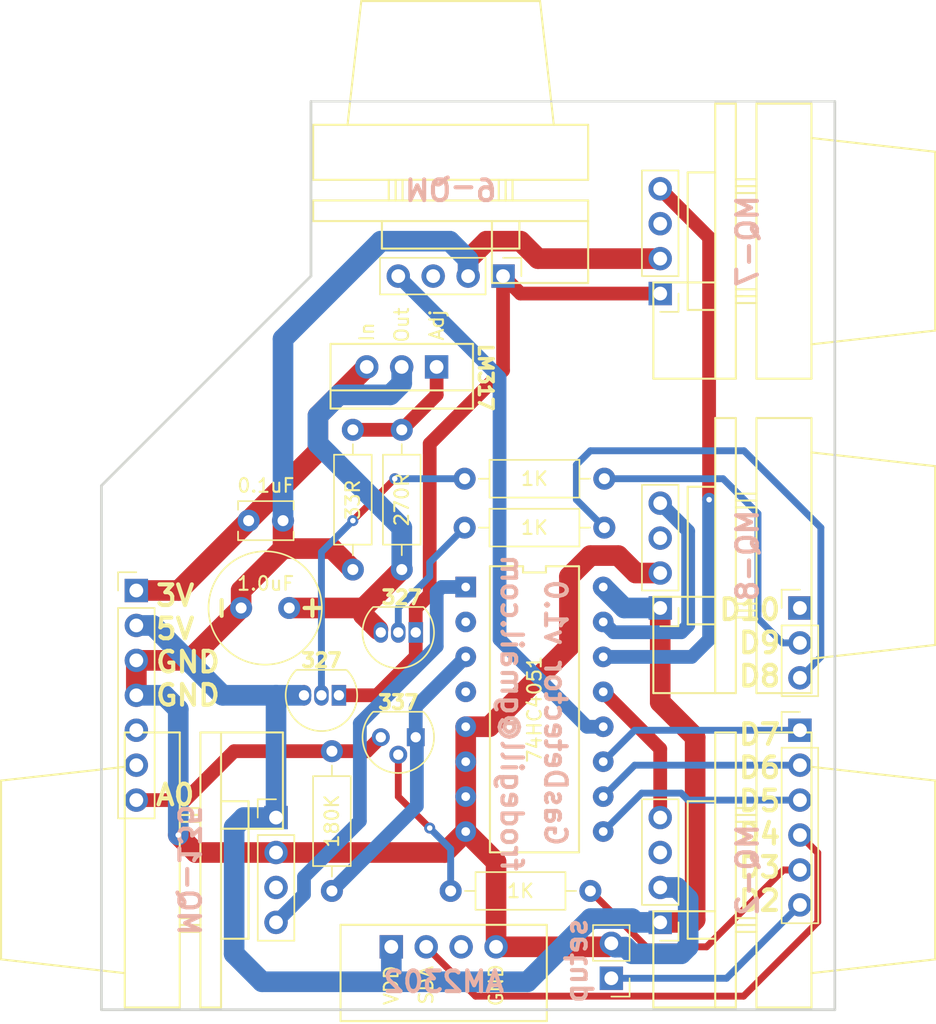
<source format=kicad_pcb>
(kicad_pcb (version 20171130) (host pcbnew 5.0.2+dfsg1-1)

  (general
    (thickness 1.6)
    (drawings 24)
    (tracks 184)
    (zones 0)
    (modules 23)
    (nets 25)
  )

  (page A4)
  (layers
    (0 F.Cu signal)
    (31 B.Cu signal)
    (32 B.Adhes user)
    (33 F.Adhes user)
    (34 B.Paste user)
    (35 F.Paste user)
    (36 B.SilkS user)
    (37 F.SilkS user)
    (38 B.Mask user)
    (39 F.Mask user)
    (40 Dwgs.User user)
    (41 Cmts.User user)
    (42 Eco1.User user)
    (43 Eco2.User user)
    (44 Edge.Cuts user)
    (45 Margin user)
    (46 B.CrtYd user)
    (47 F.CrtYd user)
    (48 B.Fab user)
    (49 F.Fab user)
  )

  (setup
    (last_trace_width 0.25)
    (user_trace_width 0.5)
    (user_trace_width 1)
    (user_trace_width 1.5)
    (trace_clearance 0.2)
    (zone_clearance 0.508)
    (zone_45_only no)
    (trace_min 0.2)
    (segment_width 0.2)
    (edge_width 0.15)
    (via_size 0.8)
    (via_drill 0.4)
    (via_min_size 0.4)
    (via_min_drill 0.3)
    (uvia_size 0.3)
    (uvia_drill 0.1)
    (uvias_allowed no)
    (uvia_min_size 0.2)
    (uvia_min_drill 0.1)
    (pcb_text_width 0.3)
    (pcb_text_size 1.5 1.5)
    (mod_edge_width 0.15)
    (mod_text_size 1 1)
    (mod_text_width 0.15)
    (pad_size 1.524 1.524)
    (pad_drill 0.762)
    (pad_to_mask_clearance 0.051)
    (solder_mask_min_width 0.25)
    (aux_axis_origin 0 0)
    (visible_elements FFFFFF7F)
    (pcbplotparams
      (layerselection 0x010fc_ffffffff)
      (usegerberextensions false)
      (usegerberattributes false)
      (usegerberadvancedattributes false)
      (creategerberjobfile false)
      (excludeedgelayer true)
      (linewidth 0.100000)
      (plotframeref false)
      (viasonmask false)
      (mode 1)
      (useauxorigin false)
      (hpglpennumber 1)
      (hpglpenspeed 20)
      (hpglpendiameter 15.000000)
      (psnegative false)
      (psa4output false)
      (plotreference true)
      (plotvalue true)
      (plotinvisibletext false)
      (padsonsilk false)
      (subtractmaskfromsilk false)
      (outputformat 1)
      (mirror false)
      (drillshape 0)
      (scaleselection 1)
      (outputdirectory "/tmp/gasdetector/"))
  )

  (net 0 "")
  (net 1 +5V)
  (net 2 GND)
  (net 3 "Net-(J4-Pad5)")
  (net 4 "Net-(J4-Pad4)")
  (net 5 "Net-(J4-Pad3)")
  (net 6 "Net-(J4-Pad2)")
  (net 7 "Net-(J4-Pad1)")
  (net 8 "Net-(Q1-Pad2)")
  (net 9 "Net-(Q1-Pad1)")
  (net 10 "Net-(Q2-Pad1)")
  (net 11 "Net-(Q2-Pad2)")
  (net 12 "Net-(R2-Pad1)")
  (net 13 "Net-(S1-Pad4)")
  (net 14 "Net-(S2-Pad4)")
  (net 15 "Net-(S3-Pad4)")
  (net 16 "Net-(S4-Pad4)")
  (net 17 "Net-(S5-Pad4)")
  (net 18 "Net-(C1-Pad2)")
  (net 19 +3V3)
  (net 20 "Net-(J1-Pad7)")
  (net 21 "Net-(J2-Pad1)")
  (net 22 "Net-(J3-Pad2)")
  (net 23 "Net-(J3-Pad3)")
  (net 24 "Net-(Q3-Pad2)")

  (net_class Default "This is the default net class."
    (clearance 0.2)
    (trace_width 0.25)
    (via_dia 0.8)
    (via_drill 0.4)
    (uvia_dia 0.3)
    (uvia_drill 0.1)
    (add_net +3V3)
    (add_net +5V)
    (add_net GND)
    (add_net "Net-(C1-Pad2)")
    (add_net "Net-(J1-Pad7)")
    (add_net "Net-(J2-Pad1)")
    (add_net "Net-(J3-Pad2)")
    (add_net "Net-(J3-Pad3)")
    (add_net "Net-(J4-Pad1)")
    (add_net "Net-(J4-Pad2)")
    (add_net "Net-(J4-Pad3)")
    (add_net "Net-(J4-Pad4)")
    (add_net "Net-(J4-Pad5)")
    (add_net "Net-(Q1-Pad1)")
    (add_net "Net-(Q1-Pad2)")
    (add_net "Net-(Q2-Pad1)")
    (add_net "Net-(Q2-Pad2)")
    (add_net "Net-(Q3-Pad2)")
    (add_net "Net-(R2-Pad1)")
    (add_net "Net-(S1-Pad4)")
    (add_net "Net-(S2-Pad4)")
    (add_net "Net-(S3-Pad4)")
    (add_net "Net-(S4-Pad4)")
    (add_net "Net-(S5-Pad4)")
  )

  (module Connector_PinHeader_2.54mm:PinHeader_1x03_P2.54mm_Vertical (layer F.Cu) (tedit 5DE7E0EC) (tstamp 5E0D7AC8)
    (at 129.54 102.87)
    (descr "Through hole straight pin header, 1x03, 2.54mm pitch, single row")
    (tags "Through hole pin header THT 1x03 2.54mm single row")
    (path /5DDFF608)
    (fp_text reference J3 (at 0 -2.33) (layer F.SilkS) hide
      (effects (font (size 1 1) (thickness 0.15)))
    )
    (fp_text value D8-D10 (at 0 7.41) (layer F.Fab) hide
      (effects (font (size 1 1) (thickness 0.15)))
    )
    (fp_line (start -0.635 -1.27) (end 1.27 -1.27) (layer F.Fab) (width 0.1))
    (fp_line (start 1.27 -1.27) (end 1.27 6.35) (layer F.Fab) (width 0.1))
    (fp_line (start 1.27 6.35) (end -1.27 6.35) (layer F.Fab) (width 0.1))
    (fp_line (start -1.27 6.35) (end -1.27 -0.635) (layer F.Fab) (width 0.1))
    (fp_line (start -1.27 -0.635) (end -0.635 -1.27) (layer F.Fab) (width 0.1))
    (fp_line (start -1.33 6.41) (end 1.33 6.41) (layer F.SilkS) (width 0.12))
    (fp_line (start -1.33 1.27) (end -1.33 6.41) (layer F.SilkS) (width 0.12))
    (fp_line (start 1.33 1.27) (end 1.33 6.41) (layer F.SilkS) (width 0.12))
    (fp_line (start -1.33 1.27) (end 1.33 1.27) (layer F.SilkS) (width 0.12))
    (fp_line (start -1.33 0) (end -1.33 -1.33) (layer F.SilkS) (width 0.12))
    (fp_line (start -1.33 -1.33) (end 0 -1.33) (layer F.SilkS) (width 0.12))
    (fp_line (start -1.8 -1.8) (end -1.8 6.85) (layer F.CrtYd) (width 0.05))
    (fp_line (start -1.8 6.85) (end 1.8 6.85) (layer F.CrtYd) (width 0.05))
    (fp_line (start 1.8 6.85) (end 1.8 -1.8) (layer F.CrtYd) (width 0.05))
    (fp_line (start 1.8 -1.8) (end -1.8 -1.8) (layer F.CrtYd) (width 0.05))
    (fp_text user %R (at 0 2.54 90) (layer F.Fab)
      (effects (font (size 1 1) (thickness 0.15)))
    )
    (pad 1 thru_hole rect (at 0 0) (size 1.7 1.7) (drill 1) (layers *.Cu *.Mask))
    (pad 2 thru_hole oval (at 0 2.54) (size 1.7 1.7) (drill 1) (layers *.Cu *.Mask)
      (net 22 "Net-(J3-Pad2)"))
    (pad 3 thru_hole oval (at 0 5.08) (size 1.7 1.7) (drill 1) (layers *.Cu *.Mask)
      (net 23 "Net-(J3-Pad3)"))
    (model ${KISYS3DMOD}/Connector_PinHeader_2.54mm.3dshapes/PinHeader_1x03_P2.54mm_Vertical.wrl
      (at (xyz 0 0 0))
      (scale (xyz 1 1 1))
      (rotate (xyz 0 0 0))
    )
  )

  (module Connector_PinHeader_2.54mm:PinHeader_1x06_P2.54mm_Vertical (layer F.Cu) (tedit 5E255552) (tstamp 5E0D7A20)
    (at 129.54 111.76)
    (descr "Through hole straight pin header, 1x06, 2.54mm pitch, single row")
    (tags "Through hole pin header THT 1x06 2.54mm single row")
    (path /5DDFF48F)
    (fp_text reference J4 (at 0 -2.33) (layer F.SilkS) hide
      (effects (font (size 1 1) (thickness 0.15)))
    )
    (fp_text value D2-D7 (at 0 15.03) (layer F.Fab) hide
      (effects (font (size 1 1) (thickness 0.15)))
    )
    (fp_text user %R (at 0 6.35 90) (layer F.Fab) hide
      (effects (font (size 1 1) (thickness 0.15)))
    )
    (fp_line (start 1.8 -1.8) (end -1.8 -1.8) (layer F.CrtYd) (width 0.05))
    (fp_line (start 1.8 14.5) (end 1.8 -1.8) (layer F.CrtYd) (width 0.05))
    (fp_line (start -1.8 14.5) (end 1.8 14.5) (layer F.CrtYd) (width 0.05))
    (fp_line (start -1.8 -1.8) (end -1.8 14.5) (layer F.CrtYd) (width 0.05))
    (fp_line (start -1.33 -1.33) (end 0 -1.33) (layer F.SilkS) (width 0.12))
    (fp_line (start -1.33 0) (end -1.33 -1.33) (layer F.SilkS) (width 0.12))
    (fp_line (start -1.33 1.27) (end 1.33 1.27) (layer F.SilkS) (width 0.12))
    (fp_line (start 1.33 1.27) (end 1.33 14.03) (layer F.SilkS) (width 0.12))
    (fp_line (start -1.33 1.27) (end -1.33 14.03) (layer F.SilkS) (width 0.12))
    (fp_line (start -1.33 14.03) (end 1.33 14.03) (layer F.SilkS) (width 0.12))
    (fp_line (start -1.27 -0.635) (end -0.635 -1.27) (layer F.Fab) (width 0.1))
    (fp_line (start -1.27 13.97) (end -1.27 -0.635) (layer F.Fab) (width 0.1))
    (fp_line (start 1.27 13.97) (end -1.27 13.97) (layer F.Fab) (width 0.1))
    (fp_line (start 1.27 -1.27) (end 1.27 13.97) (layer F.Fab) (width 0.1))
    (fp_line (start -0.635 -1.27) (end 1.27 -1.27) (layer F.Fab) (width 0.1))
    (pad 6 thru_hole oval (at 0 12.7) (size 1.7 1.7) (drill 1) (layers *.Cu *.Mask)
      (net 21 "Net-(J2-Pad1)"))
    (pad 5 thru_hole oval (at 0 10.16) (size 1.7 1.7) (drill 1) (layers *.Cu *.Mask)
      (net 3 "Net-(J4-Pad5)"))
    (pad 4 thru_hole oval (at 0 7.62) (size 1.7 1.7) (drill 1) (layers *.Cu *.Mask)
      (net 4 "Net-(J4-Pad4)"))
    (pad 3 thru_hole oval (at 0 5.08) (size 1.7 1.7) (drill 1) (layers *.Cu *.Mask)
      (net 5 "Net-(J4-Pad3)"))
    (pad 2 thru_hole oval (at 0 2.54) (size 1.7 1.7) (drill 1) (layers *.Cu *.Mask)
      (net 6 "Net-(J4-Pad2)"))
    (pad 1 thru_hole rect (at 0 0) (size 1.7 1.7) (drill 1) (layers *.Cu *.Mask)
      (net 7 "Net-(J4-Pad1)"))
    (model ${KISYS3DMOD}/Connector_PinHeader_2.54mm.3dshapes/PinHeader_1x06_P2.54mm_Vertical.wrl
      (at (xyz 0 0 0))
      (scale (xyz 1 1 1))
      (rotate (xyz 0 0 0))
    )
  )

  (module Capacitor_THT:C_Radial_D8.0mm_H7.0mm_P3.50mm (layer F.Cu) (tedit 5E2558FB) (tstamp 5E332829)
    (at 88.9 102.87)
    (descr "C, Radial series, Radial, pin pitch=3.50mm, diameter=8mm, height=7mm, Non-Polar Electrolytic Capacitor")
    (tags "C Radial series Radial pin pitch 3.50mm diameter 8mm height 7mm Non-Polar Electrolytic Capacitor")
    (path /5E1E06ED)
    (fp_text reference C1 (at 1.75 -5.25) (layer F.SilkS) hide
      (effects (font (size 1 1) (thickness 0.15)))
    )
    (fp_text value 1.0uF (at 1.778 -1.778) (layer F.SilkS)
      (effects (font (size 1 1) (thickness 0.15)))
    )
    (fp_circle (center 1.75 0) (end 5.75 0) (layer F.Fab) (width 0.1))
    (fp_circle (center 1.75 0) (end 5.87 0) (layer F.SilkS) (width 0.12))
    (fp_circle (center 1.75 0) (end 6 0) (layer F.CrtYd) (width 0.05))
    (fp_text user %R (at 1.75 0) (layer F.Fab) hide
      (effects (font (size 1 1) (thickness 0.15)))
    )
    (pad 1 thru_hole circle (at 0 0) (size 1.6 1.6) (drill 0.8) (layers *.Cu *.Mask)
      (net 2 GND))
    (pad 2 thru_hole circle (at 3.5 0) (size 1.6 1.6) (drill 0.8) (layers *.Cu *.Mask)
      (net 18 "Net-(C1-Pad2)"))
    (model ${KISYS3DMOD}/Capacitor_THT.3dshapes/C_Radial_D8.0mm_H7.0mm_P3.50mm.wrl
      (at (xyz 0 0 0))
      (scale (xyz 1 1 1))
      (rotate (xyz 0 0 0))
    )
  )

  (module Capacitor_THT:C_Disc_D3.8mm_W2.6mm_P2.50mm (layer F.Cu) (tedit 5E2558E3) (tstamp 5E33283E)
    (at 91.948 96.52 180)
    (descr "C, Disc series, Radial, pin pitch=2.50mm, , diameter*width=3.8*2.6mm^2, Capacitor, http://www.vishay.com/docs/45233/krseries.pdf")
    (tags "C Disc series Radial pin pitch 2.50mm  diameter 3.8mm width 2.6mm Capacitor")
    (path /5E1E068B)
    (fp_text reference C2 (at 1.25 -2.55 180) (layer F.SilkS) hide
      (effects (font (size 1 1) (thickness 0.15)))
    )
    (fp_text value 0.1uF (at 1.25 2.55 180) (layer F.SilkS)
      (effects (font (size 1 1) (thickness 0.15)))
    )
    (fp_line (start -0.65 -1.3) (end -0.65 1.3) (layer F.Fab) (width 0.1))
    (fp_line (start -0.65 1.3) (end 3.15 1.3) (layer F.Fab) (width 0.1))
    (fp_line (start 3.15 1.3) (end 3.15 -1.3) (layer F.Fab) (width 0.1))
    (fp_line (start 3.15 -1.3) (end -0.65 -1.3) (layer F.Fab) (width 0.1))
    (fp_line (start -0.77 -1.42) (end 3.27 -1.42) (layer F.SilkS) (width 0.12))
    (fp_line (start -0.77 1.42) (end 3.27 1.42) (layer F.SilkS) (width 0.12))
    (fp_line (start -0.77 -1.42) (end -0.77 -0.795) (layer F.SilkS) (width 0.12))
    (fp_line (start -0.77 0.795) (end -0.77 1.42) (layer F.SilkS) (width 0.12))
    (fp_line (start 3.27 -1.42) (end 3.27 -0.795) (layer F.SilkS) (width 0.12))
    (fp_line (start 3.27 0.795) (end 3.27 1.42) (layer F.SilkS) (width 0.12))
    (fp_line (start -1.05 -1.55) (end -1.05 1.55) (layer F.CrtYd) (width 0.05))
    (fp_line (start -1.05 1.55) (end 3.55 1.55) (layer F.CrtYd) (width 0.05))
    (fp_line (start 3.55 1.55) (end 3.55 -1.55) (layer F.CrtYd) (width 0.05))
    (fp_line (start 3.55 -1.55) (end -1.05 -1.55) (layer F.CrtYd) (width 0.05))
    (fp_text user %R (at 1.25 0 180) (layer F.Fab)
      (effects (font (size 0.76 0.76) (thickness 0.114)))
    )
    (pad 1 thru_hole circle (at 0 0 180) (size 1.6 1.6) (drill 0.8) (layers *.Cu *.Mask)
      (net 2 GND))
    (pad 2 thru_hole circle (at 2.5 0 180) (size 1.6 1.6) (drill 0.8) (layers *.Cu *.Mask)
      (net 19 +3V3))
    (model ${KISYS3DMOD}/Capacitor_THT.3dshapes/C_Disc_D3.8mm_W2.6mm_P2.50mm.wrl
      (at (xyz 0 0 0))
      (scale (xyz 1 1 1))
      (rotate (xyz 0 0 0))
    )
  )

  (module Connector_PinHeader_2.54mm:PinHeader_1x02_P2.54mm_Vertical (layer F.Cu) (tedit 5E2555A7) (tstamp 5E33286E)
    (at 115.824 129.794 180)
    (descr "Through hole straight pin header, 1x02, 2.54mm pitch, single row")
    (tags "Through hole pin header THT 1x02 2.54mm single row")
    (path /5DE0E30F)
    (fp_text reference J2 (at 0 -2.33 180) (layer F.SilkS) hide
      (effects (font (size 1 1) (thickness 0.15)))
    )
    (fp_text value SetupMode (at 0 4.87 180) (layer F.Fab) hide
      (effects (font (size 1 1) (thickness 0.15)))
    )
    (fp_line (start -0.635 -1.27) (end 1.27 -1.27) (layer F.Fab) (width 0.1))
    (fp_line (start 1.27 -1.27) (end 1.27 3.81) (layer F.Fab) (width 0.1))
    (fp_line (start 1.27 3.81) (end -1.27 3.81) (layer F.Fab) (width 0.1))
    (fp_line (start -1.27 3.81) (end -1.27 -0.635) (layer F.Fab) (width 0.1))
    (fp_line (start -1.27 -0.635) (end -0.635 -1.27) (layer F.Fab) (width 0.1))
    (fp_line (start -1.33 3.87) (end 1.33 3.87) (layer F.SilkS) (width 0.12))
    (fp_line (start -1.33 1.27) (end -1.33 3.87) (layer F.SilkS) (width 0.12))
    (fp_line (start 1.33 1.27) (end 1.33 3.87) (layer F.SilkS) (width 0.12))
    (fp_line (start -1.33 1.27) (end 1.33 1.27) (layer F.SilkS) (width 0.12))
    (fp_line (start -1.33 0) (end -1.33 -1.33) (layer F.SilkS) (width 0.12))
    (fp_line (start -1.33 -1.33) (end 0 -1.33) (layer F.SilkS) (width 0.12))
    (fp_line (start -1.8 -1.8) (end -1.8 4.35) (layer F.CrtYd) (width 0.05))
    (fp_line (start -1.8 4.35) (end 1.8 4.35) (layer F.CrtYd) (width 0.05))
    (fp_line (start 1.8 4.35) (end 1.8 -1.8) (layer F.CrtYd) (width 0.05))
    (fp_line (start 1.8 -1.8) (end -1.8 -1.8) (layer F.CrtYd) (width 0.05))
    (fp_text user %R (at 0 1.27 270) (layer F.Fab) hide
      (effects (font (size 1 1) (thickness 0.15)))
    )
    (pad 1 thru_hole rect (at 0 0 180) (size 1.7 1.7) (drill 1) (layers *.Cu *.Mask)
      (net 21 "Net-(J2-Pad1)"))
    (pad 2 thru_hole oval (at 0 2.54 180) (size 1.7 1.7) (drill 1) (layers *.Cu *.Mask)
      (net 2 GND))
    (model ${KISYS3DMOD}/Connector_PinHeader_2.54mm.3dshapes/PinHeader_1x02_P2.54mm_Vertical.wrl
      (at (xyz 0 0 0))
      (scale (xyz 1 1 1))
      (rotate (xyz 0 0 0))
    )
  )

  (module Package_TO_SOT_THT:TO-92_Inline (layer F.Cu) (tedit 5E25576E) (tstamp 5E332880)
    (at 101.6 104.648 180)
    (descr "TO-92 leads in-line, narrow, oval pads, drill 0.75mm (see NXP sot054_po.pdf)")
    (tags "to-92 sc-43 sc-43a sot54 PA33 transistor")
    (path /5E217A03)
    (fp_text reference Q1 (at 1.27 -3.56 180) (layer F.SilkS) hide
      (effects (font (size 1 1) (thickness 0.15)))
    )
    (fp_text value BC327 (at 1.27 2.79 180) (layer F.Fab) hide
      (effects (font (size 1 1) (thickness 0.15)))
    )
    (fp_arc (start 1.27 0) (end 1.27 -2.6) (angle 135) (layer F.SilkS) (width 0.12))
    (fp_arc (start 1.27 0) (end 1.27 -2.48) (angle -135) (layer F.Fab) (width 0.1))
    (fp_arc (start 1.27 0) (end 1.27 -2.6) (angle -135) (layer F.SilkS) (width 0.12))
    (fp_arc (start 1.27 0) (end 1.27 -2.48) (angle 135) (layer F.Fab) (width 0.1))
    (fp_line (start 4 2.01) (end -1.46 2.01) (layer F.CrtYd) (width 0.05))
    (fp_line (start 4 2.01) (end 4 -2.73) (layer F.CrtYd) (width 0.05))
    (fp_line (start -1.46 -2.73) (end -1.46 2.01) (layer F.CrtYd) (width 0.05))
    (fp_line (start -1.46 -2.73) (end 4 -2.73) (layer F.CrtYd) (width 0.05))
    (fp_line (start -0.5 1.75) (end 3 1.75) (layer F.Fab) (width 0.1))
    (fp_line (start -0.53 1.85) (end 3.07 1.85) (layer F.SilkS) (width 0.12))
    (fp_text user %R (at 1.27 -3.56 180) (layer F.Fab) hide
      (effects (font (size 1 1) (thickness 0.15)))
    )
    (pad 1 thru_hole rect (at 0 0 180) (size 1.05 1.5) (drill 0.75) (layers *.Cu *.Mask)
      (net 9 "Net-(Q1-Pad1)"))
    (pad 3 thru_hole oval (at 2.54 0 180) (size 1.05 1.5) (drill 0.75) (layers *.Cu *.Mask)
      (net 18 "Net-(C1-Pad2)"))
    (pad 2 thru_hole oval (at 1.27 0 180) (size 1.05 1.5) (drill 0.75) (layers *.Cu *.Mask)
      (net 8 "Net-(Q1-Pad2)"))
    (model ${KISYS3DMOD}/Package_TO_SOT_THT.3dshapes/TO-92_Inline.wrl
      (at (xyz 0 0 0))
      (scale (xyz 1 1 1))
      (rotate (xyz 0 0 0))
    )
  )

  (module Package_TO_SOT_THT:TO-92 (layer F.Cu) (tedit 5E255760) (tstamp 5E332892)
    (at 101.6 112.268 180)
    (descr "TO-92 leads molded, narrow, drill 0.75mm (see NXP sot054_po.pdf)")
    (tags "to-92 sc-43 sc-43a sot54 PA33 transistor")
    (path /5DE0D749)
    (fp_text reference Q2 (at 1.27 -3.56 180) (layer F.SilkS) hide
      (effects (font (size 1 1) (thickness 0.15)))
    )
    (fp_text value BC337 (at 1.27 2.79 180) (layer F.Fab) hide
      (effects (font (size 1 1) (thickness 0.15)))
    )
    (fp_text user %R (at 1.27 -3.56 180) (layer F.Fab) hide
      (effects (font (size 1 1) (thickness 0.15)))
    )
    (fp_line (start -0.53 1.85) (end 3.07 1.85) (layer F.SilkS) (width 0.12))
    (fp_line (start -0.5 1.75) (end 3 1.75) (layer F.Fab) (width 0.1))
    (fp_line (start -1.46 -2.73) (end 4 -2.73) (layer F.CrtYd) (width 0.05))
    (fp_line (start -1.46 -2.73) (end -1.46 2.01) (layer F.CrtYd) (width 0.05))
    (fp_line (start 4 2.01) (end 4 -2.73) (layer F.CrtYd) (width 0.05))
    (fp_line (start 4 2.01) (end -1.46 2.01) (layer F.CrtYd) (width 0.05))
    (fp_arc (start 1.27 0) (end 1.27 -2.48) (angle 135) (layer F.Fab) (width 0.1))
    (fp_arc (start 1.27 0) (end 1.27 -2.6) (angle -135) (layer F.SilkS) (width 0.12))
    (fp_arc (start 1.27 0) (end 1.27 -2.48) (angle -135) (layer F.Fab) (width 0.1))
    (fp_arc (start 1.27 0) (end 1.27 -2.6) (angle 135) (layer F.SilkS) (width 0.12))
    (pad 2 thru_hole circle (at 1.27 -1.27 270) (size 1.3 1.3) (drill 0.75) (layers *.Cu *.Mask)
      (net 11 "Net-(Q2-Pad2)"))
    (pad 3 thru_hole circle (at 2.54 0 270) (size 1.3 1.3) (drill 0.75) (layers *.Cu *.Mask)
      (net 20 "Net-(J1-Pad7)"))
    (pad 1 thru_hole rect (at 0 0 270) (size 1.3 1.3) (drill 0.75) (layers *.Cu *.Mask)
      (net 10 "Net-(Q2-Pad1)"))
    (model ${KISYS3DMOD}/Package_TO_SOT_THT.3dshapes/TO-92.wrl
      (at (xyz 0 0 0))
      (scale (xyz 1 1 1))
      (rotate (xyz 0 0 0))
    )
  )

  (module Package_TO_SOT_THT:TO-92_Inline (layer F.Cu) (tedit 5E255776) (tstamp 5E3328A4)
    (at 96.012 109.22 180)
    (descr "TO-92 leads in-line, narrow, oval pads, drill 0.75mm (see NXP sot054_po.pdf)")
    (tags "to-92 sc-43 sc-43a sot54 PA33 transistor")
    (path /5E217AA5)
    (fp_text reference Q3 (at 1.27 -3.56 180) (layer F.SilkS) hide
      (effects (font (size 1 1) (thickness 0.15)))
    )
    (fp_text value BC327 (at 1.27 2.79 180) (layer F.Fab) hide
      (effects (font (size 1 1) (thickness 0.15)))
    )
    (fp_text user %R (at 1.27 -3.56 180) (layer F.Fab) hide
      (effects (font (size 1 1) (thickness 0.15)))
    )
    (fp_line (start -0.53 1.85) (end 3.07 1.85) (layer F.SilkS) (width 0.12))
    (fp_line (start -0.5 1.75) (end 3 1.75) (layer F.Fab) (width 0.1))
    (fp_line (start -1.46 -2.73) (end 4 -2.73) (layer F.CrtYd) (width 0.05))
    (fp_line (start -1.46 -2.73) (end -1.46 2.01) (layer F.CrtYd) (width 0.05))
    (fp_line (start 4 2.01) (end 4 -2.73) (layer F.CrtYd) (width 0.05))
    (fp_line (start 4 2.01) (end -1.46 2.01) (layer F.CrtYd) (width 0.05))
    (fp_arc (start 1.27 0) (end 1.27 -2.48) (angle 135) (layer F.Fab) (width 0.1))
    (fp_arc (start 1.27 0) (end 1.27 -2.6) (angle -135) (layer F.SilkS) (width 0.12))
    (fp_arc (start 1.27 0) (end 1.27 -2.48) (angle -135) (layer F.Fab) (width 0.1))
    (fp_arc (start 1.27 0) (end 1.27 -2.6) (angle 135) (layer F.SilkS) (width 0.12))
    (pad 2 thru_hole oval (at 1.27 0 180) (size 1.05 1.5) (drill 0.75) (layers *.Cu *.Mask)
      (net 24 "Net-(Q3-Pad2)"))
    (pad 3 thru_hole oval (at 2.54 0 180) (size 1.05 1.5) (drill 0.75) (layers *.Cu *.Mask)
      (net 1 +5V))
    (pad 1 thru_hole rect (at 0 0 180) (size 1.05 1.5) (drill 0.75) (layers *.Cu *.Mask)
      (net 9 "Net-(Q1-Pad1)"))
    (model ${KISYS3DMOD}/Package_TO_SOT_THT.3dshapes/TO-92_Inline.wrl
      (at (xyz 0 0 0))
      (scale (xyz 1 1 1))
      (rotate (xyz 0 0 0))
    )
  )

  (module Resistor_THT:R_Axial_DIN0207_L6.3mm_D2.5mm_P10.16mm_Horizontal (layer F.Cu) (tedit 5E255885) (tstamp 5E3328BB)
    (at 105.156 97.028)
    (descr "Resistor, Axial_DIN0207 series, Axial, Horizontal, pin pitch=10.16mm, 0.25W = 1/4W, length*diameter=6.3*2.5mm^2, http://cdn-reichelt.de/documents/datenblatt/B400/1_4W%23YAG.pdf")
    (tags "Resistor Axial_DIN0207 series Axial Horizontal pin pitch 10.16mm 0.25W = 1/4W length 6.3mm diameter 2.5mm")
    (path /5DE0D655)
    (fp_text reference R1 (at 5.08 -2.37) (layer F.SilkS) hide
      (effects (font (size 1 1) (thickness 0.15)))
    )
    (fp_text value 1K (at 5.08 2.37) (layer F.Fab) hide
      (effects (font (size 1 1) (thickness 0.15)))
    )
    (fp_text user 1K (at 5.08 0) (layer F.SilkS)
      (effects (font (size 1 1) (thickness 0.15)))
    )
    (fp_line (start 11.21 -1.5) (end -1.05 -1.5) (layer F.CrtYd) (width 0.05))
    (fp_line (start 11.21 1.5) (end 11.21 -1.5) (layer F.CrtYd) (width 0.05))
    (fp_line (start -1.05 1.5) (end 11.21 1.5) (layer F.CrtYd) (width 0.05))
    (fp_line (start -1.05 -1.5) (end -1.05 1.5) (layer F.CrtYd) (width 0.05))
    (fp_line (start 9.12 0) (end 8.35 0) (layer F.SilkS) (width 0.12))
    (fp_line (start 1.04 0) (end 1.81 0) (layer F.SilkS) (width 0.12))
    (fp_line (start 8.35 -1.37) (end 1.81 -1.37) (layer F.SilkS) (width 0.12))
    (fp_line (start 8.35 1.37) (end 8.35 -1.37) (layer F.SilkS) (width 0.12))
    (fp_line (start 1.81 1.37) (end 8.35 1.37) (layer F.SilkS) (width 0.12))
    (fp_line (start 1.81 -1.37) (end 1.81 1.37) (layer F.SilkS) (width 0.12))
    (fp_line (start 10.16 0) (end 8.23 0) (layer F.Fab) (width 0.1))
    (fp_line (start 0 0) (end 1.93 0) (layer F.Fab) (width 0.1))
    (fp_line (start 8.23 -1.25) (end 1.93 -1.25) (layer F.Fab) (width 0.1))
    (fp_line (start 8.23 1.25) (end 8.23 -1.25) (layer F.Fab) (width 0.1))
    (fp_line (start 1.93 1.25) (end 8.23 1.25) (layer F.Fab) (width 0.1))
    (fp_line (start 1.93 -1.25) (end 1.93 1.25) (layer F.Fab) (width 0.1))
    (pad 2 thru_hole oval (at 10.16 0) (size 1.6 1.6) (drill 0.8) (layers *.Cu *.Mask)
      (net 23 "Net-(J3-Pad3)"))
    (pad 1 thru_hole circle (at 0 0) (size 1.6 1.6) (drill 0.8) (layers *.Cu *.Mask)
      (net 8 "Net-(Q1-Pad2)"))
    (model ${KISYS3DMOD}/Resistor_THT.3dshapes/R_Axial_DIN0207_L6.3mm_D2.5mm_P10.16mm_Horizontal.wrl
      (at (xyz 0 0 0))
      (scale (xyz 1 1 1))
      (rotate (xyz 0 0 0))
    )
  )

  (module Resistor_THT:R_Axial_DIN0207_L6.3mm_D2.5mm_P10.16mm_Horizontal (layer F.Cu) (tedit 5E2611A9) (tstamp 5E3328D2)
    (at 100.584 89.916 270)
    (descr "Resistor, Axial_DIN0207 series, Axial, Horizontal, pin pitch=10.16mm, 0.25W = 1/4W, length*diameter=6.3*2.5mm^2, http://cdn-reichelt.de/documents/datenblatt/B400/1_4W%23YAG.pdf")
    (tags "Resistor Axial_DIN0207 series Axial Horizontal pin pitch 10.16mm 0.25W = 1/4W length 6.3mm diameter 2.5mm")
    (path /5E1E080A)
    (fp_text reference R2 (at 5.08 -2.37 270) (layer F.SilkS) hide
      (effects (font (size 1 1) (thickness 0.15)))
    )
    (fp_text value R (at 5.08 2.37 270) (layer F.Fab) hide
      (effects (font (size 1 1) (thickness 0.15)))
    )
    (fp_text user 270R (at 5.08 0 270) (layer F.SilkS)
      (effects (font (size 1 1) (thickness 0.15)))
    )
    (fp_line (start 11.21 -1.5) (end -1.05 -1.5) (layer F.CrtYd) (width 0.05))
    (fp_line (start 11.21 1.5) (end 11.21 -1.5) (layer F.CrtYd) (width 0.05))
    (fp_line (start -1.05 1.5) (end 11.21 1.5) (layer F.CrtYd) (width 0.05))
    (fp_line (start -1.05 -1.5) (end -1.05 1.5) (layer F.CrtYd) (width 0.05))
    (fp_line (start 9.12 0) (end 8.35 0) (layer F.SilkS) (width 0.12))
    (fp_line (start 1.04 0) (end 1.81 0) (layer F.SilkS) (width 0.12))
    (fp_line (start 8.35 -1.37) (end 1.81 -1.37) (layer F.SilkS) (width 0.12))
    (fp_line (start 8.35 1.37) (end 8.35 -1.37) (layer F.SilkS) (width 0.12))
    (fp_line (start 1.81 1.37) (end 8.35 1.37) (layer F.SilkS) (width 0.12))
    (fp_line (start 1.81 -1.37) (end 1.81 1.37) (layer F.SilkS) (width 0.12))
    (fp_line (start 10.16 0) (end 8.23 0) (layer F.Fab) (width 0.1))
    (fp_line (start 0 0) (end 1.93 0) (layer F.Fab) (width 0.1))
    (fp_line (start 8.23 -1.25) (end 1.93 -1.25) (layer F.Fab) (width 0.1))
    (fp_line (start 8.23 1.25) (end 8.23 -1.25) (layer F.Fab) (width 0.1))
    (fp_line (start 1.93 1.25) (end 8.23 1.25) (layer F.Fab) (width 0.1))
    (fp_line (start 1.93 -1.25) (end 1.93 1.25) (layer F.Fab) (width 0.1))
    (pad 2 thru_hole oval (at 10.16 0 270) (size 1.6 1.6) (drill 0.8) (layers *.Cu *.Mask)
      (net 18 "Net-(C1-Pad2)"))
    (pad 1 thru_hole circle (at 0 0 270) (size 1.6 1.6) (drill 0.8) (layers *.Cu *.Mask)
      (net 12 "Net-(R2-Pad1)"))
    (model ${KISYS3DMOD}/Resistor_THT.3dshapes/R_Axial_DIN0207_L6.3mm_D2.5mm_P10.16mm_Horizontal.wrl
      (at (xyz 0 0 0))
      (scale (xyz 1 1 1))
      (rotate (xyz 0 0 0))
    )
  )

  (module Resistor_THT:R_Axial_DIN0207_L6.3mm_D2.5mm_P10.16mm_Horizontal (layer F.Cu) (tedit 5E2611B6) (tstamp 5E3328E9)
    (at 97.028 100.076 90)
    (descr "Resistor, Axial_DIN0207 series, Axial, Horizontal, pin pitch=10.16mm, 0.25W = 1/4W, length*diameter=6.3*2.5mm^2, http://cdn-reichelt.de/documents/datenblatt/B400/1_4W%23YAG.pdf")
    (tags "Resistor Axial_DIN0207 series Axial Horizontal pin pitch 10.16mm 0.25W = 1/4W length 6.3mm diameter 2.5mm")
    (path /5E1E08A8)
    (fp_text reference R3 (at 5.08 -2.37 90) (layer F.SilkS) hide
      (effects (font (size 1 1) (thickness 0.15)))
    )
    (fp_text value R (at 5.08 2.37 90) (layer F.Fab) hide
      (effects (font (size 1 1) (thickness 0.15)))
    )
    (fp_line (start 1.93 -1.25) (end 1.93 1.25) (layer F.Fab) (width 0.1))
    (fp_line (start 1.93 1.25) (end 8.23 1.25) (layer F.Fab) (width 0.1))
    (fp_line (start 8.23 1.25) (end 8.23 -1.25) (layer F.Fab) (width 0.1))
    (fp_line (start 8.23 -1.25) (end 1.93 -1.25) (layer F.Fab) (width 0.1))
    (fp_line (start 0 0) (end 1.93 0) (layer F.Fab) (width 0.1))
    (fp_line (start 10.16 0) (end 8.23 0) (layer F.Fab) (width 0.1))
    (fp_line (start 1.81 -1.37) (end 1.81 1.37) (layer F.SilkS) (width 0.12))
    (fp_line (start 1.81 1.37) (end 8.35 1.37) (layer F.SilkS) (width 0.12))
    (fp_line (start 8.35 1.37) (end 8.35 -1.37) (layer F.SilkS) (width 0.12))
    (fp_line (start 8.35 -1.37) (end 1.81 -1.37) (layer F.SilkS) (width 0.12))
    (fp_line (start 1.04 0) (end 1.81 0) (layer F.SilkS) (width 0.12))
    (fp_line (start 9.12 0) (end 8.35 0) (layer F.SilkS) (width 0.12))
    (fp_line (start -1.05 -1.5) (end -1.05 1.5) (layer F.CrtYd) (width 0.05))
    (fp_line (start -1.05 1.5) (end 11.21 1.5) (layer F.CrtYd) (width 0.05))
    (fp_line (start 11.21 1.5) (end 11.21 -1.5) (layer F.CrtYd) (width 0.05))
    (fp_line (start 11.21 -1.5) (end -1.05 -1.5) (layer F.CrtYd) (width 0.05))
    (fp_text user 33R (at 5.08 0 90) (layer F.SilkS)
      (effects (font (size 1 1) (thickness 0.15)))
    )
    (pad 1 thru_hole circle (at 0 0 90) (size 1.6 1.6) (drill 0.8) (layers *.Cu *.Mask)
      (net 2 GND))
    (pad 2 thru_hole oval (at 10.16 0 90) (size 1.6 1.6) (drill 0.8) (layers *.Cu *.Mask)
      (net 12 "Net-(R2-Pad1)"))
    (model ${KISYS3DMOD}/Resistor_THT.3dshapes/R_Axial_DIN0207_L6.3mm_D2.5mm_P10.16mm_Horizontal.wrl
      (at (xyz 0 0 0))
      (scale (xyz 1 1 1))
      (rotate (xyz 0 0 0))
    )
  )

  (module Resistor_THT:R_Axial_DIN0207_L6.3mm_D2.5mm_P10.16mm_Horizontal (layer F.Cu) (tedit 5E255791) (tstamp 5E332900)
    (at 95.504 123.444 90)
    (descr "Resistor, Axial_DIN0207 series, Axial, Horizontal, pin pitch=10.16mm, 0.25W = 1/4W, length*diameter=6.3*2.5mm^2, http://cdn-reichelt.de/documents/datenblatt/B400/1_4W%23YAG.pdf")
    (tags "Resistor Axial_DIN0207 series Axial Horizontal pin pitch 10.16mm 0.25W = 1/4W length 6.3mm diameter 2.5mm")
    (path /5DE0D8EF)
    (fp_text reference R4 (at 5.08 -2.37 90) (layer F.SilkS) hide
      (effects (font (size 1 1) (thickness 0.15)))
    )
    (fp_text value 180K (at 5.08 2.37 90) (layer F.Fab) hide
      (effects (font (size 1 1) (thickness 0.15)))
    )
    (fp_text user 180K (at 5.08 0 90) (layer F.SilkS)
      (effects (font (size 1 1) (thickness 0.15)))
    )
    (fp_line (start 11.21 -1.5) (end -1.05 -1.5) (layer F.CrtYd) (width 0.05))
    (fp_line (start 11.21 1.5) (end 11.21 -1.5) (layer F.CrtYd) (width 0.05))
    (fp_line (start -1.05 1.5) (end 11.21 1.5) (layer F.CrtYd) (width 0.05))
    (fp_line (start -1.05 -1.5) (end -1.05 1.5) (layer F.CrtYd) (width 0.05))
    (fp_line (start 9.12 0) (end 8.35 0) (layer F.SilkS) (width 0.12))
    (fp_line (start 1.04 0) (end 1.81 0) (layer F.SilkS) (width 0.12))
    (fp_line (start 8.35 -1.37) (end 1.81 -1.37) (layer F.SilkS) (width 0.12))
    (fp_line (start 8.35 1.37) (end 8.35 -1.37) (layer F.SilkS) (width 0.12))
    (fp_line (start 1.81 1.37) (end 8.35 1.37) (layer F.SilkS) (width 0.12))
    (fp_line (start 1.81 -1.37) (end 1.81 1.37) (layer F.SilkS) (width 0.12))
    (fp_line (start 10.16 0) (end 8.23 0) (layer F.Fab) (width 0.1))
    (fp_line (start 0 0) (end 1.93 0) (layer F.Fab) (width 0.1))
    (fp_line (start 8.23 -1.25) (end 1.93 -1.25) (layer F.Fab) (width 0.1))
    (fp_line (start 8.23 1.25) (end 8.23 -1.25) (layer F.Fab) (width 0.1))
    (fp_line (start 1.93 1.25) (end 8.23 1.25) (layer F.Fab) (width 0.1))
    (fp_line (start 1.93 -1.25) (end 1.93 1.25) (layer F.Fab) (width 0.1))
    (pad 2 thru_hole oval (at 10.16 0 90) (size 1.6 1.6) (drill 0.8) (layers *.Cu *.Mask)
      (net 20 "Net-(J1-Pad7)"))
    (pad 1 thru_hole circle (at 0 0 90) (size 1.6 1.6) (drill 0.8) (layers *.Cu *.Mask)
      (net 10 "Net-(Q2-Pad1)"))
    (model ${KISYS3DMOD}/Resistor_THT.3dshapes/R_Axial_DIN0207_L6.3mm_D2.5mm_P10.16mm_Horizontal.wrl
      (at (xyz 0 0 0))
      (scale (xyz 1 1 1))
      (rotate (xyz 0 0 0))
    )
  )

  (module Resistor_THT:R_Axial_DIN0207_L6.3mm_D2.5mm_P10.16mm_Horizontal (layer F.Cu) (tedit 5E25579B) (tstamp 5E332917)
    (at 114.3 123.444 180)
    (descr "Resistor, Axial_DIN0207 series, Axial, Horizontal, pin pitch=10.16mm, 0.25W = 1/4W, length*diameter=6.3*2.5mm^2, http://cdn-reichelt.de/documents/datenblatt/B400/1_4W%23YAG.pdf")
    (tags "Resistor Axial_DIN0207 series Axial Horizontal pin pitch 10.16mm 0.25W = 1/4W length 6.3mm diameter 2.5mm")
    (path /5DE0DCB2)
    (fp_text reference R5 (at 5.08 -2.37 180) (layer F.SilkS) hide
      (effects (font (size 1 1) (thickness 0.15)))
    )
    (fp_text value 1K (at 5.08 2.37 180) (layer F.Fab) hide
      (effects (font (size 1 1) (thickness 0.15)))
    )
    (fp_line (start 1.93 -1.25) (end 1.93 1.25) (layer F.Fab) (width 0.1))
    (fp_line (start 1.93 1.25) (end 8.23 1.25) (layer F.Fab) (width 0.1))
    (fp_line (start 8.23 1.25) (end 8.23 -1.25) (layer F.Fab) (width 0.1))
    (fp_line (start 8.23 -1.25) (end 1.93 -1.25) (layer F.Fab) (width 0.1))
    (fp_line (start 0 0) (end 1.93 0) (layer F.Fab) (width 0.1))
    (fp_line (start 10.16 0) (end 8.23 0) (layer F.Fab) (width 0.1))
    (fp_line (start 1.81 -1.37) (end 1.81 1.37) (layer F.SilkS) (width 0.12))
    (fp_line (start 1.81 1.37) (end 8.35 1.37) (layer F.SilkS) (width 0.12))
    (fp_line (start 8.35 1.37) (end 8.35 -1.37) (layer F.SilkS) (width 0.12))
    (fp_line (start 8.35 -1.37) (end 1.81 -1.37) (layer F.SilkS) (width 0.12))
    (fp_line (start 1.04 0) (end 1.81 0) (layer F.SilkS) (width 0.12))
    (fp_line (start 9.12 0) (end 8.35 0) (layer F.SilkS) (width 0.12))
    (fp_line (start -1.05 -1.5) (end -1.05 1.5) (layer F.CrtYd) (width 0.05))
    (fp_line (start -1.05 1.5) (end 11.21 1.5) (layer F.CrtYd) (width 0.05))
    (fp_line (start 11.21 1.5) (end 11.21 -1.5) (layer F.CrtYd) (width 0.05))
    (fp_line (start 11.21 -1.5) (end -1.05 -1.5) (layer F.CrtYd) (width 0.05))
    (fp_text user 1K (at 5.08 0 180) (layer F.SilkS)
      (effects (font (size 1 1) (thickness 0.15)))
    )
    (pad 1 thru_hole circle (at 0 0 180) (size 1.6 1.6) (drill 0.8) (layers *.Cu *.Mask)
      (net 3 "Net-(J4-Pad5)"))
    (pad 2 thru_hole oval (at 10.16 0 180) (size 1.6 1.6) (drill 0.8) (layers *.Cu *.Mask)
      (net 11 "Net-(Q2-Pad2)"))
    (model ${KISYS3DMOD}/Resistor_THT.3dshapes/R_Axial_DIN0207_L6.3mm_D2.5mm_P10.16mm_Horizontal.wrl
      (at (xyz 0 0 0))
      (scale (xyz 1 1 1))
      (rotate (xyz 0 0 0))
    )
  )

  (module Resistor_THT:R_Axial_DIN0207_L6.3mm_D2.5mm_P10.16mm_Horizontal (layer F.Cu) (tedit 5E255868) (tstamp 5E33292E)
    (at 105.156 93.472)
    (descr "Resistor, Axial_DIN0207 series, Axial, Horizontal, pin pitch=10.16mm, 0.25W = 1/4W, length*diameter=6.3*2.5mm^2, http://cdn-reichelt.de/documents/datenblatt/B400/1_4W%23YAG.pdf")
    (tags "Resistor Axial_DIN0207 series Axial Horizontal pin pitch 10.16mm 0.25W = 1/4W length 6.3mm diameter 2.5mm")
    (path /5E215DE7)
    (fp_text reference R6 (at 5.08 -2.37) (layer F.SilkS) hide
      (effects (font (size 1 1) (thickness 0.15)))
    )
    (fp_text value 1K (at 5.08 2.37) (layer F.Fab) hide
      (effects (font (size 1 1) (thickness 0.15)))
    )
    (fp_line (start 1.93 -1.25) (end 1.93 1.25) (layer F.Fab) (width 0.1))
    (fp_line (start 1.93 1.25) (end 8.23 1.25) (layer F.Fab) (width 0.1))
    (fp_line (start 8.23 1.25) (end 8.23 -1.25) (layer F.Fab) (width 0.1))
    (fp_line (start 8.23 -1.25) (end 1.93 -1.25) (layer F.Fab) (width 0.1))
    (fp_line (start 0 0) (end 1.93 0) (layer F.Fab) (width 0.1))
    (fp_line (start 10.16 0) (end 8.23 0) (layer F.Fab) (width 0.1))
    (fp_line (start 1.81 -1.37) (end 1.81 1.37) (layer F.SilkS) (width 0.12))
    (fp_line (start 1.81 1.37) (end 8.35 1.37) (layer F.SilkS) (width 0.12))
    (fp_line (start 8.35 1.37) (end 8.35 -1.37) (layer F.SilkS) (width 0.12))
    (fp_line (start 8.35 -1.37) (end 1.81 -1.37) (layer F.SilkS) (width 0.12))
    (fp_line (start 1.04 0) (end 1.81 0) (layer F.SilkS) (width 0.12))
    (fp_line (start 9.12 0) (end 8.35 0) (layer F.SilkS) (width 0.12))
    (fp_line (start -1.05 -1.5) (end -1.05 1.5) (layer F.CrtYd) (width 0.05))
    (fp_line (start -1.05 1.5) (end 11.21 1.5) (layer F.CrtYd) (width 0.05))
    (fp_line (start 11.21 1.5) (end 11.21 -1.5) (layer F.CrtYd) (width 0.05))
    (fp_line (start 11.21 -1.5) (end -1.05 -1.5) (layer F.CrtYd) (width 0.05))
    (fp_text user 1K (at 5.08 0) (layer F.SilkS)
      (effects (font (size 1 1) (thickness 0.15)))
    )
    (pad 1 thru_hole circle (at 0 0) (size 1.6 1.6) (drill 0.8) (layers *.Cu *.Mask)
      (net 24 "Net-(Q3-Pad2)"))
    (pad 2 thru_hole oval (at 10.16 0) (size 1.6 1.6) (drill 0.8) (layers *.Cu *.Mask)
      (net 22 "Net-(J3-Pad2)"))
    (model ${KISYS3DMOD}/Resistor_THT.3dshapes/R_Axial_DIN0207_L6.3mm_D2.5mm_P10.16mm_Horizontal.wrl
      (at (xyz 0 0 0))
      (scale (xyz 1 1 1))
      (rotate (xyz 0 0 0))
    )
  )

  (module custom_footprints:MQ-x (layer F.Cu) (tedit 5E25557A) (tstamp 5E332960)
    (at 119.38 121.92 180)
    (descr "Through hole straight pin header, 1x04, 2.54mm pitch, single row")
    (tags "Through hole pin header THT 1x04 2.54mm single row")
    (path /5DDFF929)
    (fp_text reference S1 (at -15 -0.5 270) (layer F.SilkS) hide
      (effects (font (size 1 1) (thickness 0.15)))
    )
    (fp_text value MQ-2 (at 0 6.35 180) (layer F.Fab) hide
      (effects (font (size 1 1) (thickness 0.15)))
    )
    (fp_line (start -0.635 -5.08) (end 1.27 -5.08) (layer F.Fab) (width 0.1))
    (fp_line (start 1.27 -5.08) (end 1.27 5.08) (layer F.Fab) (width 0.1))
    (fp_line (start 1.27 5.08) (end -1.27 5.08) (layer F.Fab) (width 0.1))
    (fp_line (start -1.27 5.08) (end -1.27 -4.445) (layer F.Fab) (width 0.1))
    (fp_line (start -1.27 -4.445) (end -0.635 -5.08) (layer F.Fab) (width 0.1))
    (fp_line (start -1.33 5.14) (end 1.33 5.14) (layer F.SilkS) (width 0.12))
    (fp_line (start -1.33 -2.54) (end -1.33 5.14) (layer F.SilkS) (width 0.12))
    (fp_line (start 1.33 -2.54) (end 1.33 5.14) (layer F.SilkS) (width 0.12))
    (fp_line (start -1.33 -2.54) (end 1.33 -2.54) (layer F.SilkS) (width 0.12))
    (fp_line (start -1.33 -3.81) (end -1.33 -5.14) (layer F.SilkS) (width 0.12))
    (fp_line (start -1.33 -5.14) (end 0 -5.14) (layer F.SilkS) (width 0.12))
    (fp_line (start -1.8 -5.61) (end -1.8 5.59) (layer F.CrtYd) (width 0.05))
    (fp_line (start -1.8 5.59) (end 1.8 5.59) (layer F.CrtYd) (width 0.05))
    (fp_line (start 1.8 5.59) (end 1.8 -5.61) (layer F.CrtYd) (width 0.05))
    (fp_line (start 1.8 -5.61) (end -1.8 -5.61) (layer F.CrtYd) (width 0.05))
    (fp_text user %R (at 0 0 270) (layer F.Fab)
      (effects (font (size 1 1) (thickness 0.15)))
    )
    (fp_line (start -4 -10) (end -5.5 -10) (layer F.SilkS) (width 0.15))
    (fp_line (start -5.5 -10) (end -5.5 10) (layer F.SilkS) (width 0.15))
    (fp_line (start -5.5 10) (end -4 10) (layer F.SilkS) (width 0.15))
    (fp_line (start -4 10) (end -4 -10) (layer F.SilkS) (width 0.15))
    (fp_line (start -4 -5) (end -2 -5) (layer F.SilkS) (width 0.15))
    (fp_line (start -2 -5) (end -2 5) (layer F.SilkS) (width 0.15))
    (fp_line (start -2 5) (end -4 5) (layer F.SilkS) (width 0.15))
    (fp_line (start -7 -10) (end -7 10) (layer F.SilkS) (width 0.15))
    (fp_line (start -7 10) (end -11 10) (layer F.SilkS) (width 0.15))
    (fp_line (start -11 10) (end -11 7.5) (layer F.SilkS) (width 0.15))
    (fp_line (start -11 7.5) (end -20 6.5) (layer F.SilkS) (width 0.15))
    (fp_line (start -20 6.5) (end -20 -6.5) (layer F.SilkS) (width 0.15))
    (fp_line (start -20 -6.5) (end -11 -7.5) (layer F.SilkS) (width 0.15))
    (fp_line (start -11 -7.5) (end -11 -10) (layer F.SilkS) (width 0.15))
    (fp_line (start -11 -10) (end -7 -10) (layer F.SilkS) (width 0.15))
    (fp_line (start -5.5 -4.5) (end -7 -4.5) (layer F.SilkS) (width 0.15))
    (fp_line (start -6 -4) (end -5.5 -4) (layer F.SilkS) (width 0.15))
    (fp_line (start -5.5 -4) (end -7 -4) (layer F.SilkS) (width 0.15))
    (fp_line (start -5.5 4.5) (end -7 4.5) (layer F.SilkS) (width 0.15))
    (fp_line (start -5.5 4) (end -7 4) (layer F.SilkS) (width 0.15))
    (fp_line (start -5.5 3.5) (end -7 3.5) (layer F.SilkS) (width 0.15))
    (fp_line (start -5.5 -3.5) (end -7 -3.5) (layer F.SilkS) (width 0.15))
    (fp_line (start -11 -7.5) (end -11 7.5) (layer F.SilkS) (width 0.15))
    (fp_line (start -4 -10) (end 0.5 -10) (layer F.SilkS) (width 0.15))
    (fp_line (start 0.5 -10) (end 0.5 -3) (layer F.SilkS) (width 0.15))
    (fp_line (start 0.5 -3) (end -4 -3) (layer F.SilkS) (width 0.15))
    (pad 1 thru_hole rect (at 0 -3.81 180) (size 1.7 1.7) (drill 1) (layers *.Cu *.Mask)
      (net 1 +5V))
    (pad 2 thru_hole oval (at 0 -1.27 180) (size 1.7 1.7) (drill 1) (layers *.Cu *.Mask)
      (net 2 GND))
    (pad 3 thru_hole oval (at 0 1.27 180) (size 1.7 1.7) (drill 1) (layers *.Cu *.Mask))
    (pad 4 thru_hole oval (at 0 3.81 180) (size 1.7 1.7) (drill 1) (layers *.Cu *.Mask)
      (net 13 "Net-(S1-Pad4)"))
    (model ${KISYS3DMOD}/Connector_PinHeader_2.54mm.3dshapes/PinHeader_1x04_P2.54mm_Vertical.wrl
      (at (xyz 0 0 0))
      (scale (xyz 1 1 1))
      (rotate (xyz 0 0 0))
    )
  )

  (module custom_footprints:MQ-x (layer F.Cu) (tedit 5E255527) (tstamp 5E332992)
    (at 119.38 76.2 180)
    (descr "Through hole straight pin header, 1x04, 2.54mm pitch, single row")
    (tags "Through hole pin header THT 1x04 2.54mm single row")
    (path /5DDFFB7C)
    (fp_text reference S2 (at -15 -0.5 270) (layer F.SilkS) hide
      (effects (font (size 1 1) (thickness 0.15)))
    )
    (fp_text value MQ-7 (at 0 6.35 180) (layer F.Fab) hide
      (effects (font (size 1 1) (thickness 0.15)))
    )
    (fp_line (start -0.635 -5.08) (end 1.27 -5.08) (layer F.Fab) (width 0.1))
    (fp_line (start 1.27 -5.08) (end 1.27 5.08) (layer F.Fab) (width 0.1))
    (fp_line (start 1.27 5.08) (end -1.27 5.08) (layer F.Fab) (width 0.1))
    (fp_line (start -1.27 5.08) (end -1.27 -4.445) (layer F.Fab) (width 0.1))
    (fp_line (start -1.27 -4.445) (end -0.635 -5.08) (layer F.Fab) (width 0.1))
    (fp_line (start -1.33 5.14) (end 1.33 5.14) (layer F.SilkS) (width 0.12))
    (fp_line (start -1.33 -2.54) (end -1.33 5.14) (layer F.SilkS) (width 0.12))
    (fp_line (start 1.33 -2.54) (end 1.33 5.14) (layer F.SilkS) (width 0.12))
    (fp_line (start -1.33 -2.54) (end 1.33 -2.54) (layer F.SilkS) (width 0.12))
    (fp_line (start -1.33 -3.81) (end -1.33 -5.14) (layer F.SilkS) (width 0.12))
    (fp_line (start -1.33 -5.14) (end 0 -5.14) (layer F.SilkS) (width 0.12))
    (fp_line (start -1.8 -5.61) (end -1.8 5.59) (layer F.CrtYd) (width 0.05))
    (fp_line (start -1.8 5.59) (end 1.8 5.59) (layer F.CrtYd) (width 0.05))
    (fp_line (start 1.8 5.59) (end 1.8 -5.61) (layer F.CrtYd) (width 0.05))
    (fp_line (start 1.8 -5.61) (end -1.8 -5.61) (layer F.CrtYd) (width 0.05))
    (fp_text user %R (at 0 0 270) (layer F.Fab) hide
      (effects (font (size 1 1) (thickness 0.15)))
    )
    (fp_line (start -4 -10) (end -5.5 -10) (layer F.SilkS) (width 0.15))
    (fp_line (start -5.5 -10) (end -5.5 10) (layer F.SilkS) (width 0.15))
    (fp_line (start -5.5 10) (end -4 10) (layer F.SilkS) (width 0.15))
    (fp_line (start -4 10) (end -4 -10) (layer F.SilkS) (width 0.15))
    (fp_line (start -4 -5) (end -2 -5) (layer F.SilkS) (width 0.15))
    (fp_line (start -2 -5) (end -2 5) (layer F.SilkS) (width 0.15))
    (fp_line (start -2 5) (end -4 5) (layer F.SilkS) (width 0.15))
    (fp_line (start -7 -10) (end -7 10) (layer F.SilkS) (width 0.15))
    (fp_line (start -7 10) (end -11 10) (layer F.SilkS) (width 0.15))
    (fp_line (start -11 10) (end -11 7.5) (layer F.SilkS) (width 0.15))
    (fp_line (start -11 7.5) (end -20 6.5) (layer F.SilkS) (width 0.15))
    (fp_line (start -20 6.5) (end -20 -6.5) (layer F.SilkS) (width 0.15))
    (fp_line (start -20 -6.5) (end -11 -7.5) (layer F.SilkS) (width 0.15))
    (fp_line (start -11 -7.5) (end -11 -10) (layer F.SilkS) (width 0.15))
    (fp_line (start -11 -10) (end -7 -10) (layer F.SilkS) (width 0.15))
    (fp_line (start -5.5 -4.5) (end -7 -4.5) (layer F.SilkS) (width 0.15))
    (fp_line (start -6 -4) (end -5.5 -4) (layer F.SilkS) (width 0.15))
    (fp_line (start -5.5 -4) (end -7 -4) (layer F.SilkS) (width 0.15))
    (fp_line (start -5.5 4.5) (end -7 4.5) (layer F.SilkS) (width 0.15))
    (fp_line (start -5.5 4) (end -7 4) (layer F.SilkS) (width 0.15))
    (fp_line (start -5.5 3.5) (end -7 3.5) (layer F.SilkS) (width 0.15))
    (fp_line (start -5.5 -3.5) (end -7 -3.5) (layer F.SilkS) (width 0.15))
    (fp_line (start -11 -7.5) (end -11 7.5) (layer F.SilkS) (width 0.15))
    (fp_line (start -4 -10) (end 0.5 -10) (layer F.SilkS) (width 0.15))
    (fp_line (start 0.5 -10) (end 0.5 -3) (layer F.SilkS) (width 0.15))
    (fp_line (start 0.5 -3) (end -4 -3) (layer F.SilkS) (width 0.15))
    (pad 1 thru_hole rect (at 0 -3.81 180) (size 1.7 1.7) (drill 1) (layers *.Cu *.Mask)
      (net 9 "Net-(Q1-Pad1)"))
    (pad 2 thru_hole oval (at 0 -1.27 180) (size 1.7 1.7) (drill 1) (layers *.Cu *.Mask)
      (net 2 GND))
    (pad 3 thru_hole oval (at 0 1.27 180) (size 1.7 1.7) (drill 1) (layers *.Cu *.Mask))
    (pad 4 thru_hole oval (at 0 3.81 180) (size 1.7 1.7) (drill 1) (layers *.Cu *.Mask)
      (net 14 "Net-(S2-Pad4)"))
    (model ${KISYS3DMOD}/Connector_PinHeader_2.54mm.3dshapes/PinHeader_1x04_P2.54mm_Vertical.wrl
      (at (xyz 0 0 0))
      (scale (xyz 1 1 1))
      (rotate (xyz 0 0 0))
    )
  )

  (module custom_footprints:MQ-x (layer F.Cu) (tedit 5E255581) (tstamp 5E3329C4)
    (at 119.38 99.06 180)
    (descr "Through hole straight pin header, 1x04, 2.54mm pitch, single row")
    (tags "Through hole pin header THT 1x04 2.54mm single row")
    (path /5DDFFA57)
    (fp_text reference S3 (at -15 -0.5 270) (layer F.SilkS) hide
      (effects (font (size 1 1) (thickness 0.15)))
    )
    (fp_text value MQ-8 (at 0 6.35 180) (layer F.Fab) hide
      (effects (font (size 1 1) (thickness 0.15)))
    )
    (fp_line (start 0.5 -3) (end -4 -3) (layer F.SilkS) (width 0.15))
    (fp_line (start 0.5 -10) (end 0.5 -3) (layer F.SilkS) (width 0.15))
    (fp_line (start -4 -10) (end 0.5 -10) (layer F.SilkS) (width 0.15))
    (fp_line (start -11 -7.5) (end -11 7.5) (layer F.SilkS) (width 0.15))
    (fp_line (start -5.5 -3.5) (end -7 -3.5) (layer F.SilkS) (width 0.15))
    (fp_line (start -5.5 3.5) (end -7 3.5) (layer F.SilkS) (width 0.15))
    (fp_line (start -5.5 4) (end -7 4) (layer F.SilkS) (width 0.15))
    (fp_line (start -5.5 4.5) (end -7 4.5) (layer F.SilkS) (width 0.15))
    (fp_line (start -5.5 -4) (end -7 -4) (layer F.SilkS) (width 0.15))
    (fp_line (start -6 -4) (end -5.5 -4) (layer F.SilkS) (width 0.15))
    (fp_line (start -5.5 -4.5) (end -7 -4.5) (layer F.SilkS) (width 0.15))
    (fp_line (start -11 -10) (end -7 -10) (layer F.SilkS) (width 0.15))
    (fp_line (start -11 -7.5) (end -11 -10) (layer F.SilkS) (width 0.15))
    (fp_line (start -20 -6.5) (end -11 -7.5) (layer F.SilkS) (width 0.15))
    (fp_line (start -20 6.5) (end -20 -6.5) (layer F.SilkS) (width 0.15))
    (fp_line (start -11 7.5) (end -20 6.5) (layer F.SilkS) (width 0.15))
    (fp_line (start -11 10) (end -11 7.5) (layer F.SilkS) (width 0.15))
    (fp_line (start -7 10) (end -11 10) (layer F.SilkS) (width 0.15))
    (fp_line (start -7 -10) (end -7 10) (layer F.SilkS) (width 0.15))
    (fp_line (start -2 5) (end -4 5) (layer F.SilkS) (width 0.15))
    (fp_line (start -2 -5) (end -2 5) (layer F.SilkS) (width 0.15))
    (fp_line (start -4 -5) (end -2 -5) (layer F.SilkS) (width 0.15))
    (fp_line (start -4 10) (end -4 -10) (layer F.SilkS) (width 0.15))
    (fp_line (start -5.5 10) (end -4 10) (layer F.SilkS) (width 0.15))
    (fp_line (start -5.5 -10) (end -5.5 10) (layer F.SilkS) (width 0.15))
    (fp_line (start -4 -10) (end -5.5 -10) (layer F.SilkS) (width 0.15))
    (fp_text user %R (at 0 0 270) (layer F.Fab) hide
      (effects (font (size 1 1) (thickness 0.15)))
    )
    (fp_line (start 1.8 -5.61) (end -1.8 -5.61) (layer F.CrtYd) (width 0.05))
    (fp_line (start 1.8 5.59) (end 1.8 -5.61) (layer F.CrtYd) (width 0.05))
    (fp_line (start -1.8 5.59) (end 1.8 5.59) (layer F.CrtYd) (width 0.05))
    (fp_line (start -1.8 -5.61) (end -1.8 5.59) (layer F.CrtYd) (width 0.05))
    (fp_line (start -1.33 -5.14) (end 0 -5.14) (layer F.SilkS) (width 0.12))
    (fp_line (start -1.33 -3.81) (end -1.33 -5.14) (layer F.SilkS) (width 0.12))
    (fp_line (start -1.33 -2.54) (end 1.33 -2.54) (layer F.SilkS) (width 0.12))
    (fp_line (start 1.33 -2.54) (end 1.33 5.14) (layer F.SilkS) (width 0.12))
    (fp_line (start -1.33 -2.54) (end -1.33 5.14) (layer F.SilkS) (width 0.12))
    (fp_line (start -1.33 5.14) (end 1.33 5.14) (layer F.SilkS) (width 0.12))
    (fp_line (start -1.27 -4.445) (end -0.635 -5.08) (layer F.Fab) (width 0.1))
    (fp_line (start -1.27 5.08) (end -1.27 -4.445) (layer F.Fab) (width 0.1))
    (fp_line (start 1.27 5.08) (end -1.27 5.08) (layer F.Fab) (width 0.1))
    (fp_line (start 1.27 -5.08) (end 1.27 5.08) (layer F.Fab) (width 0.1))
    (fp_line (start -0.635 -5.08) (end 1.27 -5.08) (layer F.Fab) (width 0.1))
    (pad 4 thru_hole oval (at 0 3.81 180) (size 1.7 1.7) (drill 1) (layers *.Cu *.Mask)
      (net 15 "Net-(S3-Pad4)"))
    (pad 3 thru_hole oval (at 0 1.27 180) (size 1.7 1.7) (drill 1) (layers *.Cu *.Mask))
    (pad 2 thru_hole oval (at 0 -1.27 180) (size 1.7 1.7) (drill 1) (layers *.Cu *.Mask)
      (net 2 GND))
    (pad 1 thru_hole rect (at 0 -3.81 180) (size 1.7 1.7) (drill 1) (layers *.Cu *.Mask)
      (net 1 +5V))
    (model ${KISYS3DMOD}/Connector_PinHeader_2.54mm.3dshapes/PinHeader_1x04_P2.54mm_Vertical.wrl
      (at (xyz 0 0 0))
      (scale (xyz 1 1 1))
      (rotate (xyz 0 0 0))
    )
  )

  (module custom_footprints:MQ-x (layer F.Cu) (tedit 5E25551F) (tstamp 5E3329F6)
    (at 104.14 78.74 270)
    (descr "Through hole straight pin header, 1x04, 2.54mm pitch, single row")
    (tags "Through hole pin header THT 1x04 2.54mm single row")
    (path /5DDFFDD3)
    (fp_text reference S4 (at -15 -0.5) (layer F.SilkS) hide
      (effects (font (size 1 1) (thickness 0.15)))
    )
    (fp_text value MQ-9 (at 0 6.35 270) (layer F.Fab) hide
      (effects (font (size 1 1) (thickness 0.15)))
    )
    (fp_line (start 0.5 -3) (end -4 -3) (layer F.SilkS) (width 0.15))
    (fp_line (start 0.5 -10) (end 0.5 -3) (layer F.SilkS) (width 0.15))
    (fp_line (start -4 -10) (end 0.5 -10) (layer F.SilkS) (width 0.15))
    (fp_line (start -11 -7.5) (end -11 7.5) (layer F.SilkS) (width 0.15))
    (fp_line (start -5.5 -3.5) (end -7 -3.5) (layer F.SilkS) (width 0.15))
    (fp_line (start -5.5 3.5) (end -7 3.5) (layer F.SilkS) (width 0.15))
    (fp_line (start -5.5 4) (end -7 4) (layer F.SilkS) (width 0.15))
    (fp_line (start -5.5 4.5) (end -7 4.5) (layer F.SilkS) (width 0.15))
    (fp_line (start -5.5 -4) (end -7 -4) (layer F.SilkS) (width 0.15))
    (fp_line (start -6 -4) (end -5.5 -4) (layer F.SilkS) (width 0.15))
    (fp_line (start -5.5 -4.5) (end -7 -4.5) (layer F.SilkS) (width 0.15))
    (fp_line (start -11 -10) (end -7 -10) (layer F.SilkS) (width 0.15))
    (fp_line (start -11 -7.5) (end -11 -10) (layer F.SilkS) (width 0.15))
    (fp_line (start -20 -6.5) (end -11 -7.5) (layer F.SilkS) (width 0.15))
    (fp_line (start -20 6.5) (end -20 -6.5) (layer F.SilkS) (width 0.15))
    (fp_line (start -11 7.5) (end -20 6.5) (layer F.SilkS) (width 0.15))
    (fp_line (start -11 10) (end -11 7.5) (layer F.SilkS) (width 0.15))
    (fp_line (start -7 10) (end -11 10) (layer F.SilkS) (width 0.15))
    (fp_line (start -7 -10) (end -7 10) (layer F.SilkS) (width 0.15))
    (fp_line (start -2 5) (end -4 5) (layer F.SilkS) (width 0.15))
    (fp_line (start -2 -5) (end -2 5) (layer F.SilkS) (width 0.15))
    (fp_line (start -4 -5) (end -2 -5) (layer F.SilkS) (width 0.15))
    (fp_line (start -4 10) (end -4 -10) (layer F.SilkS) (width 0.15))
    (fp_line (start -5.5 10) (end -4 10) (layer F.SilkS) (width 0.15))
    (fp_line (start -5.5 -10) (end -5.5 10) (layer F.SilkS) (width 0.15))
    (fp_line (start -4 -10) (end -5.5 -10) (layer F.SilkS) (width 0.15))
    (fp_text user %R (at 0 0) (layer F.Fab) hide
      (effects (font (size 1 1) (thickness 0.15)))
    )
    (fp_line (start 1.8 -5.61) (end -1.8 -5.61) (layer F.CrtYd) (width 0.05))
    (fp_line (start 1.8 5.59) (end 1.8 -5.61) (layer F.CrtYd) (width 0.05))
    (fp_line (start -1.8 5.59) (end 1.8 5.59) (layer F.CrtYd) (width 0.05))
    (fp_line (start -1.8 -5.61) (end -1.8 5.59) (layer F.CrtYd) (width 0.05))
    (fp_line (start -1.33 -5.14) (end 0 -5.14) (layer F.SilkS) (width 0.12))
    (fp_line (start -1.33 -3.81) (end -1.33 -5.14) (layer F.SilkS) (width 0.12))
    (fp_line (start -1.33 -2.54) (end 1.33 -2.54) (layer F.SilkS) (width 0.12))
    (fp_line (start 1.33 -2.54) (end 1.33 5.14) (layer F.SilkS) (width 0.12))
    (fp_line (start -1.33 -2.54) (end -1.33 5.14) (layer F.SilkS) (width 0.12))
    (fp_line (start -1.33 5.14) (end 1.33 5.14) (layer F.SilkS) (width 0.12))
    (fp_line (start -1.27 -4.445) (end -0.635 -5.08) (layer F.Fab) (width 0.1))
    (fp_line (start -1.27 5.08) (end -1.27 -4.445) (layer F.Fab) (width 0.1))
    (fp_line (start 1.27 5.08) (end -1.27 5.08) (layer F.Fab) (width 0.1))
    (fp_line (start 1.27 -5.08) (end 1.27 5.08) (layer F.Fab) (width 0.1))
    (fp_line (start -0.635 -5.08) (end 1.27 -5.08) (layer F.Fab) (width 0.1))
    (pad 4 thru_hole oval (at 0 3.81 270) (size 1.7 1.7) (drill 1) (layers *.Cu *.Mask)
      (net 16 "Net-(S4-Pad4)"))
    (pad 3 thru_hole oval (at 0 1.27 270) (size 1.7 1.7) (drill 1) (layers *.Cu *.Mask))
    (pad 2 thru_hole oval (at 0 -1.27 270) (size 1.7 1.7) (drill 1) (layers *.Cu *.Mask)
      (net 2 GND))
    (pad 1 thru_hole rect (at 0 -3.81 270) (size 1.7 1.7) (drill 1) (layers *.Cu *.Mask)
      (net 9 "Net-(Q1-Pad1)"))
    (model ${KISYS3DMOD}/Connector_PinHeader_2.54mm.3dshapes/PinHeader_1x04_P2.54mm_Vertical.wrl
      (at (xyz 0 0 0))
      (scale (xyz 1 1 1))
      (rotate (xyz 0 0 0))
    )
  )

  (module custom_footprints:MQ-x (layer F.Cu) (tedit 5E255571) (tstamp 5E332A28)
    (at 91.44 121.92)
    (descr "Through hole straight pin header, 1x04, 2.54mm pitch, single row")
    (tags "Through hole pin header THT 1x04 2.54mm single row")
    (path /5DDFFE49)
    (fp_text reference S5 (at -15 -0.5 90) (layer F.SilkS) hide
      (effects (font (size 1 1) (thickness 0.15)))
    )
    (fp_text value MQ-135 (at 0 6.35) (layer F.Fab) hide
      (effects (font (size 1 1) (thickness 0.15)))
    )
    (fp_line (start -0.635 -5.08) (end 1.27 -5.08) (layer F.Fab) (width 0.1))
    (fp_line (start 1.27 -5.08) (end 1.27 5.08) (layer F.Fab) (width 0.1))
    (fp_line (start 1.27 5.08) (end -1.27 5.08) (layer F.Fab) (width 0.1))
    (fp_line (start -1.27 5.08) (end -1.27 -4.445) (layer F.Fab) (width 0.1))
    (fp_line (start -1.27 -4.445) (end -0.635 -5.08) (layer F.Fab) (width 0.1))
    (fp_line (start -1.33 5.14) (end 1.33 5.14) (layer F.SilkS) (width 0.12))
    (fp_line (start -1.33 -2.54) (end -1.33 5.14) (layer F.SilkS) (width 0.12))
    (fp_line (start 1.33 -2.54) (end 1.33 5.14) (layer F.SilkS) (width 0.12))
    (fp_line (start -1.33 -2.54) (end 1.33 -2.54) (layer F.SilkS) (width 0.12))
    (fp_line (start -1.33 -3.81) (end -1.33 -5.14) (layer F.SilkS) (width 0.12))
    (fp_line (start -1.33 -5.14) (end 0 -5.14) (layer F.SilkS) (width 0.12))
    (fp_line (start -1.8 -5.61) (end -1.8 5.59) (layer F.CrtYd) (width 0.05))
    (fp_line (start -1.8 5.59) (end 1.8 5.59) (layer F.CrtYd) (width 0.05))
    (fp_line (start 1.8 5.59) (end 1.8 -5.61) (layer F.CrtYd) (width 0.05))
    (fp_line (start 1.8 -5.61) (end -1.8 -5.61) (layer F.CrtYd) (width 0.05))
    (fp_text user %R (at 0 0 90) (layer F.Fab) hide
      (effects (font (size 1 1) (thickness 0.15)))
    )
    (fp_line (start -4 -10) (end -5.5 -10) (layer F.SilkS) (width 0.15))
    (fp_line (start -5.5 -10) (end -5.5 10) (layer F.SilkS) (width 0.15))
    (fp_line (start -5.5 10) (end -4 10) (layer F.SilkS) (width 0.15))
    (fp_line (start -4 10) (end -4 -10) (layer F.SilkS) (width 0.15))
    (fp_line (start -4 -5) (end -2 -5) (layer F.SilkS) (width 0.15))
    (fp_line (start -2 -5) (end -2 5) (layer F.SilkS) (width 0.15))
    (fp_line (start -2 5) (end -4 5) (layer F.SilkS) (width 0.15))
    (fp_line (start -7 -10) (end -7 10) (layer F.SilkS) (width 0.15))
    (fp_line (start -7 10) (end -11 10) (layer F.SilkS) (width 0.15))
    (fp_line (start -11 10) (end -11 7.5) (layer F.SilkS) (width 0.15))
    (fp_line (start -11 7.5) (end -20 6.5) (layer F.SilkS) (width 0.15))
    (fp_line (start -20 6.5) (end -20 -6.5) (layer F.SilkS) (width 0.15))
    (fp_line (start -20 -6.5) (end -11 -7.5) (layer F.SilkS) (width 0.15))
    (fp_line (start -11 -7.5) (end -11 -10) (layer F.SilkS) (width 0.15))
    (fp_line (start -11 -10) (end -7 -10) (layer F.SilkS) (width 0.15))
    (fp_line (start -5.5 -4.5) (end -7 -4.5) (layer F.SilkS) (width 0.15))
    (fp_line (start -6 -4) (end -5.5 -4) (layer F.SilkS) (width 0.15))
    (fp_line (start -5.5 -4) (end -7 -4) (layer F.SilkS) (width 0.15))
    (fp_line (start -5.5 4.5) (end -7 4.5) (layer F.SilkS) (width 0.15))
    (fp_line (start -5.5 4) (end -7 4) (layer F.SilkS) (width 0.15))
    (fp_line (start -5.5 3.5) (end -7 3.5) (layer F.SilkS) (width 0.15))
    (fp_line (start -5.5 -3.5) (end -7 -3.5) (layer F.SilkS) (width 0.15))
    (fp_line (start -11 -7.5) (end -11 7.5) (layer F.SilkS) (width 0.15))
    (fp_line (start -4 -10) (end 0.5 -10) (layer F.SilkS) (width 0.15))
    (fp_line (start 0.5 -10) (end 0.5 -3) (layer F.SilkS) (width 0.15))
    (fp_line (start 0.5 -3) (end -4 -3) (layer F.SilkS) (width 0.15))
    (pad 1 thru_hole rect (at 0 -3.81) (size 1.7 1.7) (drill 1) (layers *.Cu *.Mask)
      (net 1 +5V))
    (pad 2 thru_hole oval (at 0 -1.27) (size 1.7 1.7) (drill 1) (layers *.Cu *.Mask)
      (net 2 GND))
    (pad 3 thru_hole oval (at 0 1.27) (size 1.7 1.7) (drill 1) (layers *.Cu *.Mask))
    (pad 4 thru_hole oval (at 0 3.81) (size 1.7 1.7) (drill 1) (layers *.Cu *.Mask)
      (net 17 "Net-(S5-Pad4)"))
    (model ${KISYS3DMOD}/Connector_PinHeader_2.54mm.3dshapes/PinHeader_1x04_P2.54mm_Vertical.wrl
      (at (xyz 0 0 0))
      (scale (xyz 1 1 1))
      (rotate (xyz 0 0 0))
    )
  )

  (module custom_footprints:74HC4051N (layer F.Cu) (tedit 5E25589B) (tstamp 5E332A48)
    (at 110.236 110.236 270)
    (path /5DDFF85F)
    (fp_text reference U1 (at -11.4 0) (layer F.SilkS) hide
      (effects (font (size 1 1) (thickness 0.15)))
    )
    (fp_text value 74HC4051 (at 0 0 270) (layer F.SilkS)
      (effects (font (size 1 1) (thickness 0.15)))
    )
    (fp_line (start -10.4 3.24) (end 10.4 3.24) (layer F.SilkS) (width 0.15))
    (fp_line (start 10.4 3.24) (end 10.4 -3.24) (layer F.SilkS) (width 0.15))
    (fp_line (start 10.4 -3.24) (end -10.4 -3.24) (layer F.SilkS) (width 0.15))
    (fp_line (start -10.4 -3.24) (end -10.4 -0.833333) (layer F.SilkS) (width 0.15))
    (fp_line (start -10.4 -0.833333) (end -9.95 -0.833333) (layer F.SilkS) (width 0.15))
    (fp_line (start -9.95 -0.833333) (end -9.95 0.833333) (layer F.SilkS) (width 0.15))
    (fp_line (start -9.95 0.833333) (end -10.4 0.833333) (layer F.SilkS) (width 0.15))
    (fp_line (start -10.4 0.833333) (end -10.4 3.24) (layer F.SilkS) (width 0.15))
    (fp_line (start -10.55 -3.39) (end 10.55 -3.39) (layer F.CrtYd) (width 0.05))
    (fp_line (start 10.55 -3.39) (end 10.55 3.39) (layer F.CrtYd) (width 0.05))
    (fp_line (start 10.55 3.39) (end -10.55 3.39) (layer F.CrtYd) (width 0.05))
    (fp_line (start -10.55 3.39) (end -10.55 -3.39) (layer F.CrtYd) (width 0.05))
    (pad 16 thru_hole circle (at -8.89 -5 270) (size 1.5 1.5) (drill 0.635) (layers *.Cu *.Mask)
      (net 1 +5V))
    (pad 1 thru_hole rect (at -8.89 5 270) (size 1.5 1.5) (drill 0.635) (layers *.Cu *.Mask)
      (net 17 "Net-(S5-Pad4)"))
    (pad 15 thru_hole circle (at -6.35 -5 270) (size 1.5 1.5) (drill 0.635) (layers *.Cu *.Mask)
      (net 15 "Net-(S3-Pad4)"))
    (pad 2 thru_hole circle (at -6.35 5 270) (size 1.5 1.5) (drill 0.635) (layers *.Cu *.Mask))
    (pad 14 thru_hole circle (at -3.81 -5 270) (size 1.5 1.5) (drill 0.635) (layers *.Cu *.Mask)
      (net 14 "Net-(S2-Pad4)"))
    (pad 3 thru_hole circle (at -3.81 5 270) (size 1.5 1.5) (drill 0.635) (layers *.Cu *.Mask)
      (net 10 "Net-(Q2-Pad1)"))
    (pad 13 thru_hole circle (at -1.27 -5 270) (size 1.5 1.5) (drill 0.635) (layers *.Cu *.Mask)
      (net 13 "Net-(S1-Pad4)"))
    (pad 4 thru_hole circle (at -1.27 5 270) (size 1.5 1.5) (drill 0.635) (layers *.Cu *.Mask))
    (pad 12 thru_hole circle (at 1.27 -5 270) (size 1.5 1.5) (drill 0.635) (layers *.Cu *.Mask)
      (net 16 "Net-(S4-Pad4)"))
    (pad 5 thru_hole circle (at 1.27 5 270) (size 1.5 1.5) (drill 0.635) (layers *.Cu *.Mask)
      (net 2 GND))
    (pad 11 thru_hole circle (at 3.81 -5 270) (size 1.5 1.5) (drill 0.635) (layers *.Cu *.Mask)
      (net 7 "Net-(J4-Pad1)"))
    (pad 6 thru_hole circle (at 3.81 5 270) (size 1.5 1.5) (drill 0.635) (layers *.Cu *.Mask)
      (net 2 GND))
    (pad 10 thru_hole circle (at 6.35 -5 270) (size 1.5 1.5) (drill 0.635) (layers *.Cu *.Mask)
      (net 6 "Net-(J4-Pad2)"))
    (pad 7 thru_hole circle (at 6.35 5 270) (size 1.5 1.5) (drill 0.635) (layers *.Cu *.Mask)
      (net 2 GND))
    (pad 9 thru_hole circle (at 8.89 -5 270) (size 1.5 1.5) (drill 0.635) (layers *.Cu *.Mask)
      (net 5 "Net-(J4-Pad3)"))
    (pad 8 thru_hole circle (at 8.89 5 270) (size 1.5 1.5) (drill 0.635) (layers *.Cu *.Mask)
      (net 2 GND))
  )

  (module custom_footprints:LM317 (layer F.Cu) (tedit 5E2554F6) (tstamp 5E417EAF)
    (at 100.584 85.344 180)
    (descr "Through hole straight pin header, 1x03, 2.54mm pitch, single row")
    (tags "Through hole pin header THT 1x03 2.54mm single row")
    (path /5E1E03B1)
    (fp_text reference U3 (at -3.302 -3.81) (layer F.SilkS) hide
      (effects (font (size 1 1) (thickness 0.15)))
    )
    (fp_text value LM317_3PinPackage (at 0 -2.286) (layer F.Fab) hide
      (effects (font (size 1 1) (thickness 0.15)))
    )
    (fp_line (start -5.38 1.875) (end 5.38 1.875) (layer F.CrtYd) (width 0.05))
    (fp_line (start 5.38 1.875) (end 5.38 -3.225) (layer F.CrtYd) (width 0.05))
    (fp_line (start 5.38 -3.225) (end -5.38 -3.225) (layer F.CrtYd) (width 0.05))
    (fp_line (start -5.38 -3.225) (end -5.38 1.875) (layer F.CrtYd) (width 0.05))
    (fp_text user In (at 2.54 2.54 90) (layer F.SilkS)
      (effects (font (size 1 1) (thickness 0.15)))
    )
    (fp_text user Out (at 0 3.048 90) (layer F.SilkS)
      (effects (font (size 1 1) (thickness 0.15)))
    )
    (fp_text user Adj (at -2.54 3.048 90) (layer F.SilkS)
      (effects (font (size 1 1) (thickness 0.15)))
    )
    (fp_line (start -5.18 1.675) (end 5.18 1.675) (layer F.Fab) (width 0.15))
    (fp_line (start 5.18 1.675) (end 5.18 -3.025) (layer F.Fab) (width 0.15))
    (fp_line (start 5.18 -3.025) (end -5.18 -3.025) (layer F.Fab) (width 0.15))
    (fp_line (start -5.18 -3.025) (end -5.18 1.675) (layer F.Fab) (width 0.15))
    (fp_line (start 5.18 -1.705) (end -5.18 -1.705) (layer F.Fab) (width 0.15))
    (fp_line (start 5.18 -3.025) (end -5.18 -3.025) (layer F.SilkS) (width 0.15))
    (fp_line (start -5.18 1.675) (end 5.18 1.675) (layer F.SilkS) (width 0.15))
    (fp_line (start 5.18 1.675) (end 5.18 -3.025) (layer F.SilkS) (width 0.15))
    (fp_line (start -5.18 -3.025) (end -5.18 1.675) (layer F.SilkS) (width 0.15))
    (fp_line (start 5.18 -1.705) (end -5.18 -1.705) (layer F.SilkS) (width 0.15))
    (pad 1 thru_hole rect (at -2.534419 0.000769 270) (size 1.7 1.7) (drill 1) (layers *.Cu *.Mask)
      (net 12 "Net-(R2-Pad1)"))
    (pad 2 thru_hole oval (at 0.005581 0.000769) (size 1.7 1.7) (drill 1) (layers *.Cu *.Mask)
      (net 18 "Net-(C1-Pad2)"))
    (pad 3 thru_hole oval (at 2.545581 0.000769 270) (size 1.7 1.7) (drill 1) (layers *.Cu *.Mask)
      (net 19 +3V3))
    (model ${KISYS3DMOD}/Connector_PinHeader_2.54mm.3dshapes/PinHeader_1x03_P2.54mm_Vertical.wrl
      (at (xyz 0 0 0))
      (scale (xyz 1 1 1))
      (rotate (xyz 0 0 0))
    )
  )

  (module Connector_PinHeader_2.54mm:PinHeader_1x07_P2.54mm_Vertical (layer F.Cu) (tedit 5E2557FC) (tstamp 5E3335B5)
    (at 81.28 101.6)
    (descr "Through hole straight pin header, 1x07, 2.54mm pitch, single row")
    (tags "Through hole pin header THT 1x07 2.54mm single row")
    (path /5E1E0155)
    (fp_text reference J1 (at 0 -2.33) (layer F.SilkS) hide
      (effects (font (size 1 1) (thickness 0.15)))
    )
    (fp_text value Conn_01x07_Male (at 0 17.57) (layer F.Fab) hide
      (effects (font (size 1 1) (thickness 0.15)))
    )
    (fp_line (start -0.635 -1.27) (end 1.27 -1.27) (layer F.Fab) (width 0.1))
    (fp_line (start 1.27 -1.27) (end 1.27 16.51) (layer F.Fab) (width 0.1))
    (fp_line (start 1.27 16.51) (end -1.27 16.51) (layer F.Fab) (width 0.1))
    (fp_line (start -1.27 16.51) (end -1.27 -0.635) (layer F.Fab) (width 0.1))
    (fp_line (start -1.27 -0.635) (end -0.635 -1.27) (layer F.Fab) (width 0.1))
    (fp_line (start -1.33 16.57) (end 1.33 16.57) (layer F.SilkS) (width 0.12))
    (fp_line (start -1.33 1.27) (end -1.33 16.57) (layer F.SilkS) (width 0.12))
    (fp_line (start 1.33 1.27) (end 1.33 16.57) (layer F.SilkS) (width 0.12))
    (fp_line (start -1.33 1.27) (end 1.33 1.27) (layer F.SilkS) (width 0.12))
    (fp_line (start -1.33 0) (end -1.33 -1.33) (layer F.SilkS) (width 0.12))
    (fp_line (start -1.33 -1.33) (end 0 -1.33) (layer F.SilkS) (width 0.12))
    (fp_line (start -1.8 -1.8) (end -1.8 17.05) (layer F.CrtYd) (width 0.05))
    (fp_line (start -1.8 17.05) (end 1.8 17.05) (layer F.CrtYd) (width 0.05))
    (fp_line (start 1.8 17.05) (end 1.8 -1.8) (layer F.CrtYd) (width 0.05))
    (fp_line (start 1.8 -1.8) (end -1.8 -1.8) (layer F.CrtYd) (width 0.05))
    (fp_text user %R (at 0 7.62 90) (layer F.Fab)
      (effects (font (size 1 1) (thickness 0.15)))
    )
    (pad 1 thru_hole rect (at 0 0) (size 1.7 1.7) (drill 1) (layers *.Cu *.Mask)
      (net 19 +3V3))
    (pad 2 thru_hole oval (at 0 2.54) (size 1.7 1.7) (drill 1) (layers *.Cu *.Mask)
      (net 1 +5V))
    (pad 3 thru_hole oval (at 0 5.08) (size 1.7 1.7) (drill 1) (layers *.Cu *.Mask)
      (net 2 GND))
    (pad 4 thru_hole oval (at 0 7.62) (size 1.7 1.7) (drill 1) (layers *.Cu *.Mask)
      (net 2 GND))
    (pad 5 thru_hole oval (at 0 10.16) (size 1.7 1.7) (drill 1) (layers *.Cu *.Mask))
    (pad 6 thru_hole oval (at 0 12.7) (size 1.7 1.7) (drill 1) (layers *.Cu *.Mask))
    (pad 7 thru_hole oval (at 0 15.24) (size 1.7 1.7) (drill 1) (layers *.Cu *.Mask)
      (net 20 "Net-(J1-Pad7)"))
    (model ${KISYS3DMOD}/Connector_PinHeader_2.54mm.3dshapes/PinHeader_1x07_P2.54mm_Vertical.wrl
      (at (xyz 0 0 0))
      (scale (xyz 1 1 1))
      (rotate (xyz 0 0 0))
    )
  )

  (module custom_footprints:AM2302 (layer F.Cu) (tedit 5E2555DE) (tstamp 5E417DE2)
    (at 103.632 127.508)
    (descr "Through hole straight pin header, 1x04, 2.54mm pitch, single row")
    (tags "Through hole pin header THT 1x04 2.54mm single row")
    (path /5DE00A9A)
    (fp_text reference U2 (at -5.588 -2.54 180) (layer F.SilkS) hide
      (effects (font (size 1 1) (thickness 0.15)))
    )
    (fp_text value DHT11 (at 6.604 2.032 -90) (layer F.Fab) hide
      (effects (font (size 1 1) (thickness 0.15)))
    )
    (fp_line (start -7.7 5.6) (end 7.7 5.6) (layer F.CrtYd) (width 0.05))
    (fp_line (start 7.7 5.6) (end 7.7 -1.8) (layer F.CrtYd) (width 0.05))
    (fp_line (start 7.7 -1.8) (end -7.7 -1.8) (layer F.CrtYd) (width 0.05))
    (fp_line (start -7.7 -1.8) (end -7.7 5.6) (layer F.CrtYd) (width 0.05))
    (fp_line (start -7.5 5.4) (end 7.5 5.4) (layer F.Fab) (width 0.15))
    (fp_line (start 7.5 5.4) (end 7.5 -1.6) (layer F.Fab) (width 0.15))
    (fp_line (start 7.5 -1.6) (end -7.5 -1.6) (layer F.Fab) (width 0.15))
    (fp_line (start -7.5 -1.6) (end -7.5 5.4) (layer F.Fab) (width 0.15))
    (fp_text user VDD (at -3.81 2.794 90) (layer F.SilkS)
      (effects (font (size 1 1) (thickness 0.15)))
    )
    (fp_text user SDA (at -1.27 2.794 90) (layer F.SilkS)
      (effects (font (size 1 1) (thickness 0.15)))
    )
    (fp_text user GND (at 3.81 2.794 90) (layer F.SilkS)
      (effects (font (size 1 1) (thickness 0.15)))
    )
    (fp_line (start 7.5 -1.6) (end -7.5 -1.6) (layer F.SilkS) (width 0.15))
    (fp_line (start -7.5 -1.6) (end -7.5 5.4) (layer F.SilkS) (width 0.15))
    (fp_line (start -7.5 5.4) (end 7.5 5.4) (layer F.SilkS) (width 0.15))
    (fp_line (start 7.5 5.4) (end 7.5 -1.6) (layer F.SilkS) (width 0.15))
    (pad 1 thru_hole rect (at -3.81 0 90) (size 1.7 1.7) (drill 1) (layers *.Cu *.Mask)
      (net 1 +5V))
    (pad 2 thru_hole oval (at -1.27 0 90) (size 1.7 1.7) (drill 1) (layers *.Cu *.Mask)
      (net 4 "Net-(J4-Pad4)"))
    (pad 3 thru_hole oval (at 1.27 0 90) (size 1.7 1.7) (drill 1) (layers *.Cu *.Mask))
    (pad 4 thru_hole oval (at 3.81 0 90) (size 1.7 1.7) (drill 1) (layers *.Cu *.Mask)
      (net 2 GND))
    (model ${KISYS3DMOD}/Connector_PinHeader_2.54mm.3dshapes/PinHeader_1x04_P2.54mm_Vertical.wrl
      (at (xyz 0 0 0))
      (scale (xyz 1 1 1))
      (rotate (xyz 0 0 0))
    )
  )

  (gr_text + (at 93.98 102.87 90) (layer F.SilkS)
    (effects (font (size 1.5 1.5) (thickness 0.3)))
  )
  (gr_text - (at 87.376 102.87 90) (layer F.SilkS)
    (effects (font (size 1.5 1.5) (thickness 0.3)))
  )
  (gr_line (start 78.74 132.08) (end 78.74 93.98) (layer Edge.Cuts) (width 0.2))
  (gr_line (start 78.74 93.98) (end 93.98 78.74) (layer Edge.Cuts) (width 0.2))
  (gr_text 337 (at 100.33 109.728) (layer F.SilkS)
    (effects (font (size 1 1) (thickness 0.25)))
  )
  (gr_text 327 (at 100.584 102.108) (layer F.SilkS)
    (effects (font (size 1 1) (thickness 0.25)))
  )
  (gr_text 327 (at 94.742 106.68) (layer F.SilkS)
    (effects (font (size 1 1) (thickness 0.25)))
  )
  (gr_text LM317 (at 106.68 86.106 270) (layer F.SilkS)
    (effects (font (size 1 1) (thickness 0.25)))
  )
  (gr_text setup (at 113.284 128.524 90) (layer B.SilkS)
    (effects (font (size 1.5 1.5) (thickness 0.3)) (justify mirror))
  )
  (gr_text AM2302 (at 103.632 130.048) (layer B.SilkS)
    (effects (font (size 1.5 1.5) (thickness 0.3)) (justify mirror))
  )
  (gr_text "D10\nD9\nD8" (at 128.27 105.41) (layer F.SilkS)
    (effects (font (size 1.5 1.5) (thickness 0.3)) (justify right))
  )
  (gr_text "D7\nD6\nD5\nD4\nD3\nD2" (at 128.27 118.11) (layer F.SilkS)
    (effects (font (size 1.5 1.5) (thickness 0.3)) (justify right))
  )
  (gr_text "3V\n5V\nGND\nGND\n\n\nA0" (at 82.55 109.22) (layer F.SilkS)
    (effects (font (size 1.5 1.5) (thickness 0.3)) (justify left))
  )
  (gr_text frodegill@gmail.com (at 108.585 110.49 270) (layer B.SilkS)
    (effects (font (size 1.5 1.5) (thickness 0.3)) (justify mirror))
  )
  (gr_text "GasDetector v1.0" (at 111.76 110.49 270) (layer B.SilkS)
    (effects (font (size 1.5 1.5) (thickness 0.3)) (justify mirror))
  )
  (gr_text MQ-9 (at 104.14 72.39 180) (layer B.SilkS)
    (effects (font (size 1.5 1.5) (thickness 0.3)) (justify mirror))
  )
  (gr_text MQ-7 (at 125.73 76.2 90) (layer B.SilkS)
    (effects (font (size 1.5 1.5) (thickness 0.3)) (justify mirror))
  )
  (gr_text MQ-8 (at 125.73 99.06 90) (layer B.SilkS)
    (effects (font (size 1.5 1.5) (thickness 0.3)) (justify mirror))
  )
  (gr_text MQ-2 (at 125.73 121.92 90) (layer B.SilkS)
    (effects (font (size 1.5 1.5) (thickness 0.3)) (justify mirror))
  )
  (gr_text MQ-135 (at 85.09 121.92 270) (layer B.SilkS)
    (effects (font (size 1.5 1.5) (thickness 0.3)) (justify mirror))
  )
  (gr_line (start 93.98 66.04) (end 132.08 66.04) (layer Edge.Cuts) (width 0.15))
  (gr_line (start 93.98 78.74) (end 93.98 66.04) (layer Edge.Cuts) (width 0.2))
  (gr_line (start 132.08 132.08) (end 132.08 66.04) (layer Edge.Cuts) (width 0.2))
  (gr_line (start 132.08 132.08) (end 78.74 132.08) (layer Edge.Cuts) (width 0.2))

  (segment (start 82.482081 104.14) (end 87.562081 109.22) (width 1.5) (layer B.Cu) (net 1))
  (segment (start 81.28 104.14) (end 82.482081 104.14) (width 1.5) (layer B.Cu) (net 1))
  (segment (start 91.44 118.11) (end 91.44 109.22) (width 1.5) (layer B.Cu) (net 1))
  (segment (start 87.562081 109.22) (end 91.44 109.22) (width 1.5) (layer B.Cu) (net 1))
  (segment (start 91.44 109.22) (end 93.26699 109.22) (width 1.5) (layer B.Cu) (net 1))
  (segment (start 99.822 129.858) (end 99.632 130.048) (width 1.5) (layer B.Cu) (net 1))
  (segment (start 99.822 127.508) (end 99.822 129.858) (width 1.5) (layer B.Cu) (net 1))
  (segment (start 99.632 130.048) (end 90.424 130.048) (width 1.5) (layer B.Cu) (net 1))
  (segment (start 90.424 130.048) (end 88.392 128.016) (width 1.5) (layer B.Cu) (net 1))
  (segment (start 89.09 118.11) (end 91.44 118.11) (width 1.5) (layer B.Cu) (net 1))
  (segment (start 88.392 118.808) (end 89.09 118.11) (width 1.5) (layer B.Cu) (net 1))
  (segment (start 88.392 128.016) (end 88.392 118.808) (width 1.5) (layer B.Cu) (net 1))
  (segment (start 99.632 130.048) (end 109.728 130.048) (width 1.5) (layer B.Cu) (net 1))
  (segment (start 114.322001 125.453999) (end 117.325999 125.453999) (width 1.5) (layer B.Cu) (net 1))
  (segment (start 109.728 130.048) (end 114.322001 125.453999) (width 1.5) (layer B.Cu) (net 1))
  (segment (start 117.602 125.73) (end 119.38 125.73) (width 1.5) (layer B.Cu) (net 1))
  (segment (start 117.325999 125.453999) (end 117.602 125.73) (width 1.5) (layer B.Cu) (net 1))
  (segment (start 116.76 102.87) (end 115.236 101.346) (width 1.5) (layer B.Cu) (net 1))
  (segment (start 119.38 102.87) (end 116.76 102.87) (width 1.5) (layer B.Cu) (net 1))
  (segment (start 121.92 112.268) (end 119.38 109.728) (width 1.5) (layer F.Cu) (net 1))
  (segment (start 121.92 125.54) (end 121.92 112.268) (width 1.5) (layer F.Cu) (net 1))
  (segment (start 119.38 109.728) (end 119.38 102.87) (width 1.5) (layer F.Cu) (net 1))
  (segment (start 119.38 125.73) (end 121.73 125.73) (width 1.5) (layer F.Cu) (net 1))
  (segment (start 121.73 125.73) (end 121.92 125.54) (width 1.5) (layer F.Cu) (net 1))
  (segment (start 81.28 109.22) (end 81.28 106.68) (width 1.5) (layer F.Cu) (net 2))
  (segment (start 85.09 106.68) (end 88.9 102.87) (width 1.5) (layer F.Cu) (net 2))
  (segment (start 81.28 106.68) (end 85.09 106.68) (width 1.5) (layer F.Cu) (net 2))
  (segment (start 88.9 102.87) (end 88.9 101.6) (width 1.5) (layer F.Cu) (net 2))
  (segment (start 91.948 98.552) (end 91.948 96.52) (width 1.5) (layer F.Cu) (net 2))
  (segment (start 88.9 101.6) (end 91.948 98.552) (width 1.5) (layer F.Cu) (net 2))
  (segment (start 95.504 98.552) (end 97.028 100.076) (width 1.5) (layer F.Cu) (net 2))
  (segment (start 91.948 98.552) (end 95.504 98.552) (width 1.5) (layer F.Cu) (net 2))
  (segment (start 105.236 111.506) (end 105.236 114.046) (width 1.5) (layer F.Cu) (net 2))
  (segment (start 105.236 114.046) (end 105.236 116.586) (width 1.5) (layer F.Cu) (net 2))
  (segment (start 105.236 116.586) (end 105.236 119.126) (width 1.5) (layer F.Cu) (net 2))
  (segment (start 107.442 121.332) (end 105.236 119.126) (width 1.5) (layer F.Cu) (net 2))
  (segment (start 107.442 127.508) (end 107.442 121.332) (width 1.5) (layer F.Cu) (net 2))
  (segment (start 115.57 127.508) (end 115.824 127.254) (width 1.5) (layer F.Cu) (net 2))
  (segment (start 107.442 127.508) (end 115.57 127.508) (width 1.5) (layer F.Cu) (net 2))
  (segment (start 105.41 77.537919) (end 106.747919 76.2) (width 1.5) (layer F.Cu) (net 2))
  (segment (start 105.41 78.74) (end 105.41 77.537919) (width 1.5) (layer F.Cu) (net 2))
  (segment (start 106.747919 76.2) (end 109.22 76.2) (width 1.5) (layer F.Cu) (net 2))
  (segment (start 110.49 77.47) (end 119.38 77.47) (width 1.5) (layer F.Cu) (net 2))
  (segment (start 109.22 76.2) (end 110.49 77.47) (width 1.5) (layer F.Cu) (net 2))
  (segment (start 105.41 77.537919) (end 105.41 78.74) (width 1.5) (layer B.Cu) (net 2))
  (segment (start 104.072081 76.2) (end 105.41 77.537919) (width 1.5) (layer B.Cu) (net 2))
  (segment (start 99.06 76.2) (end 104.072081 76.2) (width 1.5) (layer B.Cu) (net 2))
  (segment (start 91.948 83.312) (end 99.06 76.2) (width 1.5) (layer B.Cu) (net 2))
  (segment (start 91.948 96.52) (end 91.948 83.312) (width 1.5) (layer B.Cu) (net 2))
  (segment (start 116.100001 127.530001) (end 116.862001 127.530001) (width 1.5) (layer B.Cu) (net 2))
  (segment (start 115.824 127.254) (end 116.100001 127.530001) (width 1.5) (layer B.Cu) (net 2))
  (segment (start 116.862001 127.530001) (end 117.348 128.016) (width 1.5) (layer B.Cu) (net 2))
  (segment (start 117.348 128.016) (end 120.904 128.016) (width 1.5) (layer B.Cu) (net 2))
  (segment (start 120.904 128.016) (end 121.412 127.508) (width 1.5) (layer B.Cu) (net 2))
  (segment (start 120.582081 123.19) (end 119.38 123.19) (width 1.5) (layer B.Cu) (net 2))
  (segment (start 121.412 124.019919) (end 120.582081 123.19) (width 1.5) (layer B.Cu) (net 2))
  (segment (start 121.412 127.508) (end 121.412 124.019919) (width 1.5) (layer B.Cu) (net 2))
  (segment (start 103.712 120.65) (end 91.44 120.65) (width 1.5) (layer F.Cu) (net 2))
  (segment (start 105.236 119.126) (end 103.712 120.65) (width 1.5) (layer F.Cu) (net 2))
  (segment (start 91.44 120.65) (end 85.598 120.65) (width 1.5) (layer F.Cu) (net 2))
  (segment (start 85.598 120.65) (end 84.328 119.38) (width 1.5) (layer F.Cu) (net 2))
  (via (at 84.328 119.38) (size 0.8) (drill 0.4) (layers F.Cu B.Cu) (net 2))
  (segment (start 83.312 109.22) (end 81.28 109.22) (width 1.5) (layer B.Cu) (net 2))
  (segment (start 84.328 119.38) (end 84.328 110.236) (width 1.5) (layer B.Cu) (net 2))
  (segment (start 84.328 110.236) (end 83.312 109.22) (width 1.5) (layer B.Cu) (net 2))
  (segment (start 105.236 111.506) (end 106.934 111.506) (width 1.5) (layer F.Cu) (net 2))
  (segment (start 106.934 111.506) (end 112.776 105.664) (width 1.5) (layer F.Cu) (net 2))
  (segment (start 112.776 105.664) (end 112.776 100.584) (width 1.5) (layer F.Cu) (net 2))
  (segment (start 112.776 100.584) (end 114.3 99.06) (width 1.5) (layer F.Cu) (net 2))
  (segment (start 114.3 99.06) (end 116.332 99.06) (width 1.5) (layer F.Cu) (net 2))
  (segment (start 117.602 100.33) (end 119.38 100.33) (width 1.5) (layer F.Cu) (net 2))
  (segment (start 116.332 99.06) (end 117.602 100.33) (width 1.5) (layer F.Cu) (net 2))
  (segment (start 128.337919 121.92) (end 122.749919 127.508) (width 0.5) (layer F.Cu) (net 3))
  (segment (start 129.54 121.92) (end 128.337919 121.92) (width 0.5) (layer F.Cu) (net 3))
  (segment (start 118.364 127.508) (end 114.3 123.444) (width 0.5) (layer F.Cu) (net 3))
  (segment (start 122.749919 127.508) (end 118.364 127.508) (width 0.5) (layer F.Cu) (net 3))
  (segment (start 105.948001 131.094001) (end 125.445999 131.094001) (width 0.5) (layer F.Cu) (net 4))
  (segment (start 102.362 127.508) (end 105.948001 131.094001) (width 0.5) (layer F.Cu) (net 4))
  (segment (start 130.389999 120.229999) (end 129.54 119.38) (width 0.5) (layer F.Cu) (net 4))
  (segment (start 130.840001 120.680001) (end 130.389999 120.229999) (width 0.5) (layer F.Cu) (net 4))
  (segment (start 130.840001 125.699999) (end 130.840001 120.680001) (width 0.5) (layer F.Cu) (net 4))
  (segment (start 125.445999 131.094001) (end 130.840001 125.699999) (width 0.5) (layer F.Cu) (net 4))
  (segment (start 115.236 119.126) (end 118.03 116.332) (width 0.5) (layer B.Cu) (net 5))
  (segment (start 118.03 116.332) (end 120.904 116.332) (width 0.5) (layer B.Cu) (net 5))
  (segment (start 121.412 116.84) (end 129.54 116.84) (width 0.5) (layer B.Cu) (net 5))
  (segment (start 120.904 116.332) (end 121.412 116.84) (width 0.5) (layer B.Cu) (net 5))
  (segment (start 117.522 114.3) (end 129.54 114.3) (width 0.5) (layer B.Cu) (net 6))
  (segment (start 115.236 116.586) (end 117.522 114.3) (width 0.5) (layer B.Cu) (net 6))
  (segment (start 117.522 111.76) (end 129.54 111.76) (width 0.5) (layer B.Cu) (net 7))
  (segment (start 115.236 114.046) (end 117.522 111.76) (width 0.5) (layer B.Cu) (net 7))
  (segment (start 100.33 104.648) (end 100.33 102.87) (width 0.5) (layer B.Cu) (net 8))
  (segment (start 100.33 102.87) (end 102.616 100.584) (width 0.5) (layer B.Cu) (net 8))
  (segment (start 102.616 99.568) (end 105.156 97.028) (width 0.5) (layer B.Cu) (net 8))
  (segment (start 102.616 100.584) (end 102.616 99.568) (width 0.5) (layer B.Cu) (net 8))
  (segment (start 101.6 106.398) (end 101.6 104.648) (width 1) (layer F.Cu) (net 9))
  (segment (start 98.778 109.22) (end 101.6 106.398) (width 1) (layer F.Cu) (net 9))
  (segment (start 96.012 109.22) (end 98.778 109.22) (width 1) (layer F.Cu) (net 9))
  (segment (start 101.6 102.898) (end 102.616 101.882) (width 1) (layer F.Cu) (net 9))
  (segment (start 101.6 104.648) (end 101.6 102.898) (width 1) (layer F.Cu) (net 9))
  (segment (start 102.616 101.882) (end 102.616 90.932) (width 1) (layer F.Cu) (net 9))
  (segment (start 107.95 85.598) (end 107.95 78.74) (width 1) (layer F.Cu) (net 9))
  (segment (start 102.616 90.932) (end 107.95 85.598) (width 1) (layer F.Cu) (net 9))
  (segment (start 109.22 80.01) (end 119.38 80.01) (width 1) (layer F.Cu) (net 9))
  (segment (start 107.95 78.74) (end 109.22 80.01) (width 1) (layer F.Cu) (net 9))
  (segment (start 101.680001 117.267999) (end 101.680001 112.348001) (width 1) (layer B.Cu) (net 10))
  (segment (start 101.680001 112.348001) (end 101.6 112.268) (width 1) (layer B.Cu) (net 10))
  (segment (start 95.504 123.444) (end 101.680001 117.267999) (width 1) (layer B.Cu) (net 10))
  (segment (start 101.6 110.062) (end 105.236 106.426) (width 1) (layer B.Cu) (net 10))
  (segment (start 101.6 112.268) (end 101.6 110.062) (width 1) (layer B.Cu) (net 10))
  (segment (start 104.14 123.444) (end 104.14 120.396) (width 0.5) (layer B.Cu) (net 11))
  (segment (start 104.14 120.396) (end 102.616 118.872) (width 0.5) (layer B.Cu) (net 11))
  (via (at 102.616 118.872) (size 0.8) (drill 0.4) (layers F.Cu B.Cu) (net 11))
  (segment (start 100.33 116.586) (end 100.33 113.538) (width 0.5) (layer F.Cu) (net 11))
  (segment (start 102.616 118.872) (end 100.33 116.586) (width 0.5) (layer F.Cu) (net 11))
  (segment (start 97.028 89.916) (end 100.584 89.916) (width 1) (layer F.Cu) (net 12))
  (segment (start 100.584 89.916) (end 103.124 87.376) (width 1) (layer F.Cu) (net 12))
  (segment (start 103.118419 87.370419) (end 103.118419 85.343231) (width 1) (layer F.Cu) (net 12))
  (segment (start 103.124 87.376) (end 103.118419 87.370419) (width 1) (layer F.Cu) (net 12))
  (segment (start 119.38 113.11) (end 115.236 108.966) (width 1) (layer F.Cu) (net 13))
  (segment (start 119.38 118.11) (end 119.38 113.11) (width 1) (layer F.Cu) (net 13))
  (segment (start 115.236 106.426) (end 121.666 106.426) (width 1) (layer B.Cu) (net 14))
  (segment (start 121.666 106.426) (end 122.936 105.156) (width 1) (layer B.Cu) (net 14))
  (segment (start 122.936 105.156) (end 122.936 94.996) (width 1) (layer B.Cu) (net 14))
  (via (at 122.936 94.996) (size 0.8) (drill 0.4) (layers F.Cu B.Cu) (net 14))
  (segment (start 122.936 75.946) (end 119.38 72.39) (width 1) (layer F.Cu) (net 14))
  (segment (start 122.936 94.996) (end 122.936 75.946) (width 1) (layer F.Cu) (net 14))
  (segment (start 120.916001 104.635999) (end 121.412 104.14) (width 1) (layer B.Cu) (net 15))
  (segment (start 115.236 103.886) (end 115.985999 104.635999) (width 1) (layer B.Cu) (net 15))
  (segment (start 121.412 97.282) (end 119.38 95.25) (width 1) (layer B.Cu) (net 15))
  (segment (start 121.412 104.14) (end 121.412 97.282) (width 1) (layer B.Cu) (net 15))
  (segment (start 115.985999 104.635999) (end 120.916001 104.635999) (width 1) (layer B.Cu) (net 15))
  (segment (start 115.236 111.506) (end 114.046 111.506) (width 1) (layer B.Cu) (net 16))
  (segment (start 114.046 111.506) (end 107.696 105.156) (width 1) (layer B.Cu) (net 16))
  (segment (start 107.696 86.106) (end 100.33 78.74) (width 1) (layer B.Cu) (net 16))
  (segment (start 107.696 105.156) (end 107.696 86.106) (width 1) (layer B.Cu) (net 16))
  (segment (start 103.486 101.346) (end 105.236 101.346) (width 1) (layer B.Cu) (net 17))
  (segment (start 103.124 101.708) (end 103.486 101.346) (width 1) (layer B.Cu) (net 17))
  (segment (start 103.124 105.664) (end 103.124 101.708) (width 1) (layer B.Cu) (net 17))
  (segment (start 91.44 125.73) (end 93.472 123.698) (width 1) (layer B.Cu) (net 17))
  (segment (start 93.472 122.428) (end 97.536 118.364) (width 1) (layer B.Cu) (net 17))
  (segment (start 97.536 118.364) (end 97.536 111.252) (width 1) (layer B.Cu) (net 17))
  (segment (start 93.472 123.698) (end 93.472 122.428) (width 1) (layer B.Cu) (net 17))
  (segment (start 97.536 111.252) (end 103.124 105.664) (width 1) (layer B.Cu) (net 17))
  (segment (start 100.578419 86.545312) (end 99.747731 87.376) (width 1.5) (layer B.Cu) (net 18))
  (segment (start 100.578419 85.343231) (end 100.578419 86.545312) (width 1.5) (layer B.Cu) (net 18))
  (segment (start 99.747731 87.376) (end 96.012 87.376) (width 1.5) (layer B.Cu) (net 18))
  (segment (start 96.012 87.376) (end 94.488 88.9) (width 1.5) (layer B.Cu) (net 18))
  (segment (start 94.488 88.9) (end 94.488 90.932) (width 1.5) (layer B.Cu) (net 18))
  (segment (start 100.584 97.028) (end 100.584 100.076) (width 1.5) (layer B.Cu) (net 18))
  (segment (start 94.488 90.932) (end 100.584 97.028) (width 1.5) (layer B.Cu) (net 18))
  (segment (start 97.79 102.87) (end 92.4 102.87) (width 1.5) (layer F.Cu) (net 18))
  (segment (start 100.584 100.076) (end 97.79 102.87) (width 1.5) (layer F.Cu) (net 18))
  (segment (start 97.79 103.378) (end 98.85499 104.44299) (width 1.5) (layer F.Cu) (net 18))
  (segment (start 97.79 102.87) (end 97.79 103.378) (width 1.5) (layer F.Cu) (net 18))
  (segment (start 84.368 101.6) (end 89.448 96.52) (width 1.5) (layer F.Cu) (net 19))
  (segment (start 81.28 101.6) (end 84.368 101.6) (width 1.5) (layer F.Cu) (net 19))
  (segment (start 89.448 96.52) (end 94.488 91.48) (width 1.5) (layer F.Cu) (net 19))
  (segment (start 94.488 88.89365) (end 98.038419 85.343231) (width 1.5) (layer F.Cu) (net 19))
  (segment (start 94.488 91.48) (end 94.488 88.89365) (width 1.5) (layer F.Cu) (net 19))
  (segment (start 81.28 116.84) (end 84.836 116.84) (width 1) (layer F.Cu) (net 20))
  (segment (start 88.392 113.284) (end 95.504 113.284) (width 1) (layer F.Cu) (net 20))
  (segment (start 84.836 116.84) (end 88.392 113.284) (width 1) (layer F.Cu) (net 20))
  (segment (start 98.044 113.284) (end 99.06 112.268) (width 1) (layer F.Cu) (net 20))
  (segment (start 95.504 113.284) (end 98.044 113.284) (width 1) (layer F.Cu) (net 20))
  (segment (start 124.206 129.794) (end 115.824 129.794) (width 0.5) (layer B.Cu) (net 21))
  (segment (start 129.54 124.46) (end 124.206 129.794) (width 0.5) (layer B.Cu) (net 21))
  (segment (start 129.54 105.41) (end 128.27 105.41) (width 0.5) (layer B.Cu) (net 22))
  (segment (start 128.27 105.41) (end 126.492 103.632) (width 0.5) (layer B.Cu) (net 22))
  (segment (start 126.492 103.632) (end 126.492 96.012) (width 0.5) (layer B.Cu) (net 22))
  (segment (start 123.952 93.472) (end 115.316 93.472) (width 0.5) (layer B.Cu) (net 22))
  (segment (start 126.492 96.012) (end 123.952 93.472) (width 0.5) (layer B.Cu) (net 22))
  (segment (start 129.54 107.95) (end 131.064 106.426) (width 0.5) (layer B.Cu) (net 23))
  (segment (start 131.064 106.426) (end 131.064 97.028) (width 0.5) (layer B.Cu) (net 23))
  (segment (start 131.064 97.028) (end 125.476 91.44) (width 0.5) (layer B.Cu) (net 23))
  (segment (start 125.476 91.44) (end 114.3 91.44) (width 0.5) (layer B.Cu) (net 23))
  (segment (start 114.3 91.44) (end 113.284 92.456) (width 0.5) (layer B.Cu) (net 23))
  (segment (start 113.284 94.996) (end 115.316 97.028) (width 0.5) (layer B.Cu) (net 23))
  (segment (start 113.284 92.456) (end 113.284 94.996) (width 0.5) (layer B.Cu) (net 23))
  (segment (start 94.742 109.22) (end 94.742 98.806) (width 0.5) (layer B.Cu) (net 24))
  (segment (start 94.742 98.806) (end 97.028 96.52) (width 0.5) (layer B.Cu) (net 24))
  (via (at 97.028 96.52) (size 0.8) (drill 0.4) (layers F.Cu B.Cu) (net 24))
  (segment (start 97.028 96.52) (end 100.076 93.472) (width 0.5) (layer F.Cu) (net 24))
  (via (at 100.076 93.472) (size 0.8) (drill 0.4) (layers F.Cu B.Cu) (net 24))
  (segment (start 100.076 93.472) (end 105.156 93.472) (width 0.5) (layer B.Cu) (net 24))

)

</source>
